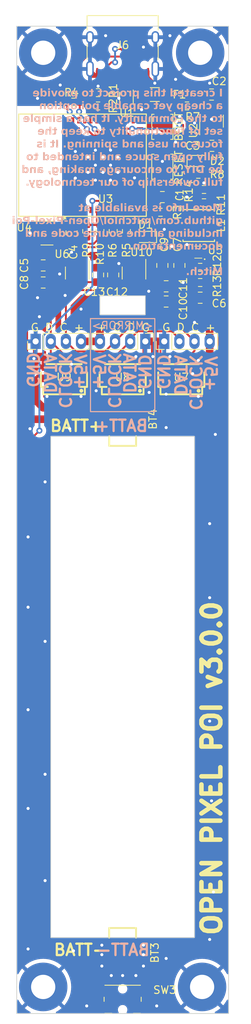
<source format=kicad_pcb>
(kicad_pcb (version 20221018) (generator pcbnew)
  (layers (0 "F.Cu" signal) (31 "B.Cu" signal) (34 "B.Paste" user) (35 "F.Paste" user) (36 "B.SilkS" user "B.Silkscreen") (37 "F.SilkS" user "F.Silkscreen") (38 "B.Mask" user) (39 "F.Mask" user) (44 "Edge.Cuts" user))
  (net 0 "")
  (net 1 "+BATT")
  (net 2 "RESET")
  (net 3 "+5V")
  (net 4 "+3.3V")
  (net 5 "Net-(D1-A)")
  (net 6 "+5VD")
  (net 7 "LED Data")
  (net 8 "Net-(J6-CC1)")
  (net 9 "Net-(J6-D+-PadA6)")
  (net 10 "Net-(J6-D--PadA7)")
  (net 12 "Net-(J6-CC2)")
  (net 14 "BOOT")
  (net 15 "POI SW")
  (net 16 "USB_D+")
  (net 17 "USB_D-")
  (net 19 "VBATT_SENSE")
  (net 29 "REG_SIGNAL")
  (net 34 "LED Clock 5V")
  (net 35 "Net-(F1-Pad1)")
  (net 36 "-BATT")
  (net 37 "Net-(D2-K)")
  (net 38 "Net-(D2-A)")
  (net 39 "Net-(U5-SW)")
  (net 40 "Net-(U2-PROG)")
  (net 41 "Net-(U5-FB)")
  (net 43 "ESP LED")
  (net 45 "LED Data 5V")
  (net 46 "LED Clock")
  (net 48 "GPIO8")
  (footprint "Package_TO_SOT_SMD:SOT-23-5" (layer "F.Cu") (at 54 57.25)
    (fp_text reference "U4")
    (fp_text value "XC6210B332MR")
  )
  (footprint "Connector_PinHeader_2.00mm:PinHeader_1x04_P2.00mm_Vertical" (layer "F.Cu") (at 67 71.5 -90)
    (fp_text reference "J7" hide)
    (fp_text value "Conn_01x04")
  )
  (footprint "Resistor_SMD:R_0603_1608Metric" (layer "F.Cu") (at 62.75 57 -90)
    (fp_text reference "R6")
    (fp_text value "100k")
  )
  (footprint "Resistor_SMD:R_0603_1608Metric" (layer "F.Cu") (at 72.5 40.5 180)
    (fp_text reference "R7")
    (fp_text value "2k")
  )
  (footprint "Capacitor_SMD:C_0805_2012Metric" (layer "F.Cu") (at 75.8 45.75)
    (fp_text reference "C3")
    (fp_text value "4.7n")
  )
  (footprint "Resistor_SMD:R_0603_1608Metric" (layer "F.Cu") (at 64.5 57 90)
    (fp_text reference "R5")
    (fp_text value "1k")
  )
  (footprint "Capacitor_SMD:C_0805_2012Metric" (layer "F.Cu") (at 60.75 62.75 -90)
    (fp_text reference "C13")
    (fp_text value "100n")
  )
  (footprint "easyeda2kicad:SMD_MY-ZJ-110" (layer "F.Cu") (at 64 81.75 -90)
    (fp_text reference "BT4")
    (fp_text value "MY-ZJ-110" hide)
  )
  (footprint "easyeda2kicad:SOT-563_L1.6-W1.2-P0.50-LS1.6-BR" (layer "F.Cu") (at 74 59.75)
    (fp_text reference "U5")
    (fp_text value "TPS61023DRLR")
  )
  (footprint "Capacitor_SMD:C_0805_2012Metric" (layer "F.Cu") (at 75.75 39 180)
    (fp_text reference "C2")
    (fp_text value "4.7n")
  )
  (footprint "easyeda2kicad:FPC-SMD_8P-P0.50_XUNPU_FPC-0.5HF-8PWBH10" (layer "F.Cu") (at 71.75 76.225 180)
    (fp_text reference "U7")
    (fp_text value "FPC-0.5HF-8PWBH10")
  )
  (footprint "Package_TO_SOT_SMD:SOT-23-5" (layer "F.Cu") (at 58 62.5 -90)
    (fp_text reference "U6")
    (fp_text value "SN74LV1T34DBV")
  )
  (footprint "Capacitor_SMD:C_0805_2012Metric" (layer "F.Cu") (at 69.25 52.5 180)
    (fp_text reference "C1")
    (fp_text value "100n")
  )
  (footprint "Connector_PinHeader_2.00mm:PinHeader_1x04_P2.00mm_Vertical" (layer "F.Cu") (at 69.5 71.5 90)
    (fp_text reference "J5" hide)
    (fp_text value "Conn_01x04")
  )
  (footprint "Capacitor_SMD:C_0805_2012Metric" (layer "F.Cu") (at 69.25 61.5 90)
    (fp_text reference "C9")
    (fp_text value "22u")
  )
  (footprint "footprints:ESP32-C3-MINI-1_EXP" (layer "F.Cu") (at 58.6949 48.300001 90)
    (fp_text reference "U3")
    (fp_text value "ESP32-C3-MINI-1-N4")
  )
  (footprint "Package_TO_SOT_SMD:SOT-23-5" (layer "F.Cu") (at 75.75 42.5 90)
    (fp_text reference "U2")
    (fp_text value "MCP73831-2-OT")
  )
  (footprint "Button_Switch_SMD:SW_SPST_B3U-1000P" (layer "F.Cu") (at 69.25 43.25 -90)
    (fp_text reference "SW2" hide)
    (fp_text value "SW_Push" hide)
  )
  (footprint "Capacitor_SMD:C_0805_2012Metric" (layer "F.Cu") (at 74.25 65.75)
    (fp_text reference "C6")
    (fp_text value "22u")
  )
  (footprint "Package_TO_SOT_SMD:SOT-23-5" (layer "F.Cu") (at 65.5 62.5 -90)
    (fp_text reference "U10")
    (fp_text value "SN74LV1T34DBV")
  )
  (footprint "Resistor_SMD:R_0603_1608Metric" (layer "F.Cu") (at 60.75 40.5 180)
    (fp_text reference "R2")
    (fp_text value "5k1")
  )
  (footprint "Resistor_SMD:R_0603_1608Metric" (layer "F.Cu") (at 74.75 51.5)
    (fp_text reference "R14")
    (fp_text value "10k")
  )
  (footprint "Resistor_SMD:R_0603_1608Metric" (layer "F.Cu") (at 74.25 63.75 180)
    (fp_text reference "R13")
    (fp_text value "732k")
  )
  (footprint "Capacitor_SMD:C_0805_2012Metric" (layer "F.Cu") (at 53.5 63.75 180)
    (fp_text reference "C8")
    (fp_text value "1u")
  )
  (footprint "easyeda2kicad:FPC-SMD_8P-P0.50_XUNPU_FPC-0.5HF-8PWBH10" (layer "F.Cu") (at 64 76.225 180)
    (fp_text reference "U8")
    (fp_text value "FPC-0.5HF-8PWBH10")
  )
  (footprint "easyeda2kicad:IND-SMD_L4.0-W4.0-A" (layer "F.Cu") (at 74.05 56.25 180)
    (fp_text reference "L1")
    (fp_text value "XEL4030-102MEC")
  )
  (footprint "Resistor_SMD:R_0603_1608Metric" (layer "F.Cu") (at 74.75 53.25 180)
    (fp_text reference "R11")
    (fp_text value "100k")
  )
  (footprint "Resistor_SMD:R_0603_1608Metric" (layer "F.Cu") (at 74 49.5 180)
    (fp_text reference "R8")
    (fp_text value "1k")
  )
  (footprint "MountingHole:MountingHole_3.2mm_M3_Pad" (layer "F.Cu") (at 53.5 33.5)
    (fp_text reference "H1" hide)
    (fp_text value "MountingHole" hide)
  )
  (footprint "easyeda2kicad:SMD_MY-ZJ-110" (layer "F.Cu") (at 64 152.25 90)
    (fp_text reference "BT3")
    (fp_text value "MY-ZJ-110" hide)
  )
  (footprint "Capacitor_SMD:C_0805_2012Metric" (layer "F.Cu") (at 69.75 64.25 180)
    (fp_text reference "C11")
    (fp_text value "100n")
  )
  (footprint "Resistor_SMD:R_0603_1608Metric" (layer "F.Cu") (at 57.5 40 180)
    (fp_text reference "R4")
    (fp_text value "10k")
  )
  (footprint "Fuse:Fuse_1206_3216Metric" (layer "F.Cu") (at 68.25 39)
    (fp_text reference "F1")
    (fp_text value "Polyfuse_Small (1A)" hide)
  )
  (footprint "Button_Switch_SMD:SW_SPST_B3U-1000P" (layer "F.Cu") (at 69.25 48.5 -90)
    (fp_text reference "SW1" hide)
    (fp_text value "SW_Push" hide)
  )
  (footprint "Resistor_SMD:R_0603_1608Metric" (layer "F.Cu") (at 59.25 57 -90)
    (fp_text reference "R9")
    (fp_text value "220k")
  )
  (footprint "Package_TO_SOT_SMD:SOT-666" (layer "F.Cu") (at 64.5 39.5 -90)
    (fp_text reference "U1")
    (fp_text value "USBLC6-2P6")
  )
  (footprint "Capacitor_SMD:C_0805_2012Metric" (layer "F.Cu") (at 69.75 66.25 180)
    (fp_text reference "C10")
    (fp_text value "1u")
  )
  (footprint "Resistor_SMD:R_0603_1608Metric" (layer "F.Cu") (at 60.75 38.75)
    (fp_text reference "R1")
    (fp_text value "5k1")
  )
  (footprint "MountingHole:MountingHole_3.2mm_M3_Pad" (layer "F.Cu") (at 74.5 156.5)
    (fp_text reference "H4" hide)
    (fp_text value "MountingHole" hide)
  )
  (footprint "LED_SMD:LED_0603_1608Metric" (layer "F.Cu") (at 74 47.75)
    (fp_text reference "D2")
    (fp_text value "LED")
  )
  (footprint "Capacitor_SMD:C_0805_2012Metric" (layer "F.Cu") (at 62.75 62.75 -90)
    (fp_text reference "C12")
    (fp_text value "1u")
  )
  (footprint "Connector_PinHeader_2.00mm:PinHeader_1x04_P2.00mm_Vertical" (layer "F.Cu") (at 52.5 71.5 90)
    (fp_text reference "J4" hide)
    (fp_text value "Conn_01x04")
  )
  (footprint "Capacitor_SMD:C_0805_2012Metric" (layer "F.Cu") (at 53.5 61.5 180)
    (fp_text reference "C5")
    (fp_text value "1u")
  )
  (footprint "Capacitor_SMD:C_0805_2012Metric" (layer "F.Cu") (at 57.25 57.2 90)
    (fp_text reference "C4")
    (fp_text value "1u")
  )
  (footprint "MountingHole:MountingHole_3.2mm_M3_Pad" (layer "F.Cu") (at 53.5 156.5)
    (fp_text reference "H3" hide)
    (fp_text value "MountingHole" hide)
  )
  (footprint "LED_SMD:LED_0603_1608Metric" (layer "F.Cu") (at 67 57.75 180)
    (fp_text reference "D1")
    (fp_text value "LED")
  )
  (footprint "easyeda2kicad:FPC-SMD_8P-P0.50_XUNPU_FPC-0.5HF-8PWBH10" (layer "F.Cu") (at 56.25 76.225 180)
    (fp_text reference "U9")
    (fp_text value "FPC-0.5HF-8PWBH10")
  )
  (footprint "Button_Switch_SMD:Panasonic_EVQPUL_EVQPUC" (layer "F.Cu") (at 64 158.125 180)
    (fp_text reference "SW3")
    (fp_text value "SW_Push")
  )
  (footprint "Resistor_SMD:R_0603_1608Metric" (layer "F.Cu") (at 69 54.5)
    (fp_text reference "R3")
    (fp_text value "100k")
  )
  (footprint "MountingHole:MountingHole_3.2mm_M3_Pad" (layer "F.Cu") (at 74.25 33.5)
    (fp_text reference "H2" hide)
    (fp_text value "MountingHole" hide)
  )
  (footprint "Capacitor_SMD:C_0805_2012Metric" (layer "F.Cu") (at 71.5 61.5 90)
    (fp_text reference "C7")
    (fp_text value "22u")
  )
  (footprint "Connector_USB:USB_C_Receptacle_HRO_TYPE-C-31-M-12" (layer "F.Cu") (at 64 32.5 180)
    (fp_text reference "J6")
    (fp_text value "USB_C_Receptacle_USB2.0_16P")
  )
  (footprint "Resistor_SMD:R_0603_1608Metric" (layer "F.Cu") (at 61 57 90)
    (fp_text reference "R10")
    (fp_text value "220k")
  )
  (footprint "Resistor_SMD:R_0603_1608Metric" (layer "F.Cu") (at 74.25 61.75)
    (fp_text reference "R12")
    (fp_text value "100k")
  )
  (gr_rect (start 59.75 68.5) (end 68.25 80.75) (stroke (width 0.15)) (fill none) (layer "B.SilkS"))
  (gr_rect locked (start 54.5 84) (end 73.5 150) (stroke (width 0.1)) (fill none) (layer "Edge.Cuts"))
  (gr_rect locked (start 61 65.5) (end 67 68) (stroke (width 0.1)) (fill none) (layer "Edge.Cuts"))
  (gr_rect locked (start 50 30) (end 78 160) (stroke (width 0.1)) (fill none) (layer "Edge.Cuts"))
  (gr_text "CLOCK\n" (at 55.5 80.5 270) (layer "B.SilkS") (effects (font (size 1.5 1.5) (thickness 0.3) bold) (justify left bottom mirror)))
  (gr_text "DATA" (at 70.75 78.75 270) (layer "B.SilkS") (effects (font (size 1.5 1.5) (thickness 0.3) bold) (justify left bottom mirror)))
  (gr_text "BATT+" (at 67.5 83.5) (layer "B.SilkS") (effects (font (size 1.5 1.5) (thickness 0.3) bold) (justify left bottom mirror)))
  (gr_text "CLOCK\n" (at 62 80.5 270) (layer "B.SilkS") (effects (font (size 1.5 1.5) (thickness 0.3) bold) (justify left bottom mirror)))
  (gr_text "GND" (at 51.25 77.75 -90) (layer "B.SilkS") (effects (font (size 1.5 1.5) (thickness 0.3) bold) (justify left bottom mirror)))
  (gr_text "+5V" (at 60 78 -90) (layer "B.SilkS") (effects (font (size 1.5 1.5) (thickness 0.3) bold) (justify left bottom mirror)))
  (gr_text "DATA" (at 64 78.5 270) (layer "B.SilkS") (effects (font (size 1.5 1.5) (thickness 0.3) bold) (justify left bottom mirror)))
  (gr_text "<MIRROR>" (at 68.15 70) (layer "B.SilkS") (effects (font (size 1 1)) (justify left bottom mirror)))
  (gr_text "I created this project to provide\na cheap yet capable poi option\nto the community. It has a simple\nset of functionality to keep the\nfocus on use and spinning. It is\nfully open souce and intended to\nbe DIY, to encourage making, and\nfull ownership of our technology.\n\nMore Info is available at\ngithub.com/mitchlol/Open-Pixel-Poi\nincluding all the source code and\ndocumentation.\n\nMitch." (at 77.25 38.25) (layer "B.SilkS") (effects (font (size 1 1)) (justify left top mirror)))
  (gr_text "DATA" (at 53.5 78.5 270) (layer "B.SilkS") (effects (font (size 1.5 1.5) (thickness 0.3) bold) (justify left bottom mirror)))
  (gr_text "GND" (at 66 78 -90) (layer "B.SilkS") (effects (font (size 1.5 1.5) (thickness 0.3) bold) (justify left bottom mirror)))
  (gr_text "+5V" (at 57.5 78 -90) (layer "B.SilkS") (effects (font (size 1.5 1.5) (thickness 0.3) bold) (justify left bottom mirror)))
  (gr_text "GND" (at 68.5 78 -90) (layer "B.SilkS") (effects (font (size 1.5 1.5) (thickness 0.3) bold) (justify left bottom mirror)))
  (gr_text "CLOCK\n" (at 72.75 80.75 270) (layer "B.SilkS") (effects (font (size 1.5 1.5) (thickness 0.3) bold) (justify left bottom mirror)))
  (gr_text "BATT-" (at 67.75 152.5) (layer "B.SilkS") (effects (font (size 1.5 1.5) (thickness 0.3) bold) (justify left bottom mirror)))
  (gr_text "+5V" (at 74.75 78.25 -90) (layer "B.SilkS") (effects (font (size 1.5 1.5) (thickness 0.3) bold) (justify left bottom mirror)))
  (gr_text "RESET" (at 72 51 90) (layer "F.SilkS") (effects (font (size 1 1)) (justify left bottom)))
  (gr_text "BATT-" (at 54.75 152.5) (layer "F.SilkS") (effects (font (size 1.5 1.5) (thickness 0.3) bold) (justify left bottom)))
  (gr_text "BATT+" (at 54.25 83.5) (layer "F.SilkS") (effects (font (size 1.5 1.5) (thickness 0.3) bold) (justify left bottom)))
  (gr_text "OPEN PIXEL POI v3.0.0" (at 77.25 150 90) (layer "F.SilkS") (effects (font (size 2.5 2.5) (thickness 0.6) bold) (justify left bottom)))
  (gr_text "G D C +  + C D G  G D C +" (at 51.75 70.25) (layer "F.SilkS") (effects (font (size 1 1.08)) (justify left bottom)))
  (gr_text "BOOT" (at 72 45.25 90) (layer "F.SilkS") (effects (font (size 1 1)) (justify left bottom)))
  (segment (start 76.75 81.75) (end 77 81.5) (width 1) (layer "F.Cu") (net 1))
  (segment (start 75.2 65.75) (end 76.5 65.75) (width 0.5) (layer "F.Cu") (net 1))
  (segment (start 51 56.974695) (end 51 58.4) (width 0.25) (layer "F.Cu") (net 1))
  (segment (start 75.25 58.75) (end 75.1 58.9) (width 1) (layer "F.Cu") (net 1))
  (segment (start 76.75 43.6875) (end 76.7 43.6375) (width 0.25) (layer "F.Cu") (net 1))
  (segment (start 76.75 45.75) (end 76.75 53) (width 1) (layer "F.Cu") (net 1))
  (segment (start 64 81.75) (end 51.25 81.75) (width 1) (layer "F.Cu") (net 1))
  (segment (start 53.524999 58.2) (end 54.474999 57.25) (width 0.25) (layer "F.Cu") (net 1))
  (segment (start 52.55 61.5) (end 51 61.5) (width 0.25) (layer "F.Cu") (net 1))
  (segment (start 77 81.5) (end 77 65.75) (width 1) (layer "F.Cu") (net 1))
  (segment (start 75.575 53.25) (end 76.5 53.25) (width 0.5) (layer "F.Cu") (net 1))
  (segment (start 52.8625 58.4) (end 51 58.4) (width 1) (layer "F.Cu") (net 1))
  (segment (start 51.674695 56.3) (end 51 56.974695) (width 0.25) (layer "F.Cu") (net 1))
  (segment (start 51 63.75) (end 51 81.5) (width 1) (layer "F.Cu") (net 1))
  (segment (start 53.524999 56.3) (end 52.8625 56.3) (width 0.25) (layer "F.Cu") (net 1))
  (segment (start 51.25 81.75) (end 51 81.5) (width 0.25) (layer "F.Cu") (net 1))
  (segment (start 59.25 57.825) (end 58.4701 57.825) (width 0.25) (layer "F.Cu") (net 1))
  (segment (start 76.75 53) (end 76.75 65.5) (width 1) (layer "F.Cu") (net 1))
  (segment (start 58.4701 57.825) (end 57.8951 57.25) (width 0.25) (layer "F.Cu") (net 1))
  (segment (start 77 65.75) (end 76.75 65.5) (width 1) (layer "F.Cu") (net 1))
  (segment (start 76.75 45.75) (end 76.75 43.6875) (width 0.6) (layer "F.Cu") (net 1))
  (segment (start 52.8625 58.2) (end 53.524999 58.2) (width 0.25) (layer "F.Cu") (net 1))
  (segment (start 76.5 65.75) (end 76.75 65.5) (width 0.5) (layer "F.Cu") (net 1))
  (segment (start 51 58.4) (end 51 61.5) (width 1) (layer "F.Cu") (net 1))
  (segment (start 51 61.5) (end 51 63.75) (width 1) (layer "F.Cu") (net 1))
  (segment (start 64 81.75) (end 76.75 81.75) (width 1) (layer "F.Cu") (net 1))
  (segment (start 75.25 56.25) (end 75.25 58.75) (width 1) (layer "F.Cu") (net 1))
  (segment (start 75.25 56.25) (end 76.5 56.25) (width 1) (layer "F.Cu") (net 1))
  (segment (start 57.8951 57.25) (end 54.474999 57.25) (width 0.25) (layer "F.Cu") (net 1))
  (segment (start 52.55 63.75) (end 51 63.75) (width 0.25) (layer "F.Cu") (net 1))
  (segment (start 52.8625 56.3) (end 51.674695 56.3) (width 0.25) (layer "F.Cu") (net 1))
  (segment (start 54.474999 57.25) (end 53.524999 56.3) (width 0.25) (layer "F.Cu") (net 1))
  (segment (start 76.5 53.25) (end 76.75 53) (width 0.5) (layer "F.Cu") (net 1))
  (segment (start 68.175 52.625) (end 68.3 52.5) (width 0.25) (layer "F.Cu") (net 2))
  (segment (start 68.3 51.15) (end 69.25 50.2) (width 0.25) (layer "F.Cu") (net 2))
  (segment (start 67.425 55.25) (end 63 55.25) (width 0.25) (layer "F.Cu") (net 2))
  (segment (start 68.175 54.5) (end 67.425 55.25) (width 0.25) (layer "F.Cu") (net 2))
  (segment (start 68.3 52.5) (end 68.3 51.15) (width 0.25) (layer "F.Cu") (net 2))
  (segment (start 68.175 54.5) (end 68.175 52.625) (width 0.25) (layer "F.Cu") (net 2))
  (segment (start 63 55.25) (end 62.999999 54.199999) (width 0.25) (layer "F.Cu") (net 2))
  (segment (start 55 78.311396) (end 55 77.475) (width 0.25) (layer "F.Cu") (net 3))
  (segment (start 63.088604 78.65) (end 64.911396 78.65) (width 0.25) (layer "F.Cu") (net 3))
  (segment (start 62.75 63.7) (end 60.75 63.7) (width 0.25) (layer "F.Cu") (net 3))
  (segment (start 65.4625 62.65) (end 63.8 62.65) (width 0.25) (layer "F.Cu") (net 3))
  (segment (start 55 77.475) (end 55 76.775) (width 0.25) (layer "F.Cu") (net 3))
  (segment (start 57.5 76.775) (end 57.5 77.475) (width 0.25) (layer "F.Cu") (net 3))
  (segment (start 68.8 64.25) (end 68.8 66.25) (width 1) (layer "F.Cu") (net 3))
  (segment (start 60.75 63.7) (end 59.0125 63.7) (width 0.25) (layer "F.Cu") (net 3))
  (segment (start 63.8 62.65) (end 62.75 63.7) (width 0.25) (layer "F.Cu") (net 3))
  (segment (start 74.5 80.25) (end 67.8 80.25) (width 1) (layer "F.Cu") (net 3))
  (segment (start 54.6 76.375) (end 54.5 76.375) (width 0.25) (layer "F.Cu") (net 3))
  (segment (start 66.7625 63.325) (end 67.825 63.325) (width 0.25) (layer "F.Cu") (net 3))
  (segment (start 61 71.5) (end 61 69.5) (width 1) (layer "F.Cu") (net 3))
  (segment (start 57.5 77.475) (end 57.5 78.311396) (width 0.25) (layer "F.Cu") (net 3))
  (segment (start 65.25 76.775) (end 65.275 76.75) (width 0.25) (layer "F.Cu") (net 3))
  (segment (start 57.55 76.725) (end 57.5 76.775) (width 0.25) (layer "F.Cu") (net 3))
  (segment (start 75.5 71.5) (end 75.5 79.25) (width 1) (layer "F.Cu") (net 3))
  (segment (start 74.15 62.55) (end 74.15 61.15) (width 0.25) (layer "F.Cu") (net 3))
  (segment (start 70.5 76.775) (end 70.5 77.475) (width 0.25) (layer "F.Cu") (net 3))
  (segment (start 68.8 67.45) (end 68.8 66.25) (width 1) (layer "F.Cu") (net 3))
  (segment (start 73 78.311396) (end 73 77.475) (width 0.25) (layer "F.Cu") (net 3))
  (segment (start 57.161396 78.65) (end 55.338604 78.65) (width 0.25) (layer "F.Cu") (net 3))
  (segment (start 69.25 60.55) (end 68.525 60.55) (width 1) (layer "F.Cu") (net 3))
  (segment (start 59.0125 63.7) (end 58.95 63.6375) (width 0.25) (layer "F.Cu") (net 3))
  (segment (start 61 71.5) (end 58.5 71.5) (width 1) (layer "F.Cu") (net 3))
  (segment (start 64.911396 78.65) (end 65.25 78.311396) (width 0.25) (layer "F.Cu") (net 3))
  (segment (start 68.8 66.25) (end 68.8 66.975) (width 1) (layer "F.Cu") (net 3))
  (segment (start 61 69.5) (end 61.75 68.75) (width 1) (layer "F.Cu") (net 3))
  (segment (start 52.5 79.25) (end 52.5 76.75) (width 1) (layer "F.Cu") (net 3))
  (segment (start 52.875 76.375) (end 54.5 76.375) (width 1) (layer "F.Cu") (net 3))
  (segment (start 61.75 68.75) (end 67.5 68.75) (width 1) (layer "F.Cu") (net 3))
  (segment (start 74.925 67.675) (end 75.5 68.25) (width 1) (layer "F.Cu") (net 3))
  (segment (start 62.75 77.475) (end 62.75 76.775) (width 0.25) (layer "F.Cu") (net 3))
  (segment (start 62.75 76.775) (end 62.7 76.725) (width 0.25) (layer "F.Cu") (net 3))
  (segment (start 70.838604 78.65) (end 72.661396 78.65) (width 0.25) (layer "F.Cu") (net 3))
  (segment (start 60.25 80.25) (end 53.5 80.25) (width 1) (layer "F.Cu") (net 3))
  (segment (start 68.8 66.975) (end 69.5 67.675) (width 1) (layer "F.Cu") (net 3))
  (segment (start 70.5 78.311396) (end 70.838604 78.65) (width 0.25) (layer "F.Cu") (net 3))
  (segment (start 61.45 79.05) (end 60.25 80.25) (width 1) (layer "F.Cu") (net 3))
  (segment (start 66.45 63.6375) (end 66.7625 63.325) (width 0.25) (layer "F.Cu") (net 3))
  (segment (start 70.475 76.75) (end 70.5 76.775) (width 0.25) (layer "F.Cu") (net 3))
  (segment (start 67.825 61.25) (end 67.825 63.325) (width 1) (layer "F.Cu") (net 3))
  (segment (start 55 76.775) (end 54.6 76.375) (width 0.25) (layer "F.Cu") (net 3))
  (segment (start 67.5 68.75) (end 68.8 67.45) (width 1) (layer "F.Cu") (net 3))
  (segment (start 70.5 77.475) (end 70.5 78.311396) (width 0.25) (layer "F.Cu") (net 3))
  (segment (start 52.5 76.75) (end 52.875 76.375) (width 1) (layer "F.Cu") (net 3))
  (segment (start 71.7 60.35) (end 73.25 60.35) (width 0.5) (layer "F.Cu") (net 3))
  (segment (start 72.661396 78.65) (end 73 78.311396) (width 0.25) (layer "F.Cu") (net 3))
  (segment (start 62.75 77.475) (end 62.75 78.311396) (width 0.25) (layer "F.Cu") (net 3))
  (segment (start 62.7 76.725) (end 57.55 76.725) (width 0.25) (layer "F.Cu") (net 3))
  (segment (start 66.6 79.05) (end 61.45 79.05) (width 1) (layer "F.Cu") (net 3))
  (segment (start 57.5 78.311396) (end 57.161396 78.65) (width 0.25) (layer "F.Cu") (net 3))
  (segment (start 74.15 61.15) (end 73.25 60.25) (width 0.25) (layer "F.Cu") (net 3))
  (segment (start 68.525 60.55) (end 67.825 61.25) (width 1) (layer "F.Cu") (net 3))
  (segment (start 66.45 63.6375) (end 65.4625 62.65) (width 0.25) (layer "F.Cu") (net 3))
  (segment (start 69.5 67.675) (end 74.925 67.675) (width 1) (layer "F.Cu") (net 3))
  (segment (start 68.8 64.25) (end 68.75 64.25) (width 1) (layer "F.Cu") (net 3))
  (segment (start 73.425 63.275) (end 74.15 62.55) (width 0.25) (layer "F.Cu") (net 3))
  (segment (start 62.75 78.311396) (end 63.088604 78.65) (width 0.25) (layer "F.Cu") (net 3))
  (segment (start 65.25 78.311396) (end 65.25 77.475) (width 0.25) (layer "F.Cu") (net 3))
  (segment (start 75.5 79.25) (end 74.5 80.25) (width 1) (layer "F.Cu") (net 3))
  (segment (start 67.8 80.25) (end 66.6 79.05) (width 1) (layer "F.Cu") (net 3))
  (segment (start 53.5 80.25) (end 52.5 79.25) (width 1) (layer "F.Cu") (net 3))
  (segment (start 75.5 68.25) (end 75.5 71.5) (width 1) (layer "F.Cu") (net 3))
  (segment (start 68.75 64.25) (end 67.825 63.325) (width 1) (layer "F.Cu") (net 3))
  (segment (start 65.275 76.75) (end 70.475 76.75) (width 0.25) (layer "F.Cu") (net 3))
  (segment (start 69.25 60.55) (end 71.5 60.55) (width 1) (layer "F.Cu") (net 3))
  (segment (start 55.338604 78.65) (end 55 78.311396) (width 0.25) (layer "F.Cu") (net 3))
  (segment (start 65.25 77.475) (end 65.25 76.775) (width 0.25) (layer "F.Cu") (net 3))
  (segment (start 71.5 60.55) (end 71.7 60.35) (width 0.5) (layer "F.Cu") (net 3))
  (segment (start 55.1375 56.3) (end 57.2 56.3) (width 0.25) (layer "F.Cu") (net 4))
  (segment (start 64.8 45.05) (end 64.8 51.8) (width 0.25) (layer "F.Cu") (net 4))
  (segment (start 57.25 56.25) (end 57.951996 56.25) (width 0.25) (layer "F.Cu") (net 4))
  (segment (start 67.9 56.9) (end 63.675 56.9) (width 0.25) (layer "F.Cu") (net 4))
  (segment (start 59.7 51.8) (end 59 52.5) (width 0.25) (layer "F.Cu") (net 4))
  (segment (start 57.2 56.3) (end 57.25 56.25) (width 0.25) (layer "F.Cu") (net 4))
  (segment (start 58.85 57.1) (end 62.025 57.1) (width 0.25) (layer "F.Cu") (net 4))
  (segment (start 62.025 57.1) (end 62.75 57.825) (width 0.25) (layer "F.Cu") (net 4))
  (segment (start 59 52.5) (end 59 54.199999) (width 0.25) (layer "F.Cu") (net 4))
  (segment (start 69.825 54.975) (end 67.9 56.9) (width 0.25) (layer "F.Cu") (net 4))
  (segment (start 57.951996 56.25) (end 58.25 55.951996) (width 0.25) (layer "F.Cu") (net 4))
  (segment (start 58.25 56.5) (end 58.85 57.1) (width 0.25) (layer "F.Cu") (net 4))
  (segment (start 69.825 54.5) (end 69.825 54.975) (width 0.25) (layer "F.Cu") (net 4))
  (segment (start 64.15 44.4) (end 64.8 45.05) (width 0.25) (layer "F.Cu") (net 4))
  (segment (start 56.675 40.925) (end 57 41.25) (width 0.25) (layer "F.Cu") (net 4))
  (segment (start 64.8 51.8) (end 59.7 51.8) (width 0.25) (layer "F.Cu") (net 4))
  (segment (start 63.675 56.9) (end 62.75 57.825) (width 0.25) (layer "F.Cu") (net 4))
  (segment (start 59 55.201996) (end 58.25 55.951996) (width 0.25) (layer "F.Cu") (net 4))
  (segment (start 59.264155 43.539461) (end 60.124694 44.4) (width 0.25) (layer "F.Cu") (net 4))
  (segment (start 60.124694 44.4) (end 64.15 44.4) (width 0.25) (layer "F.Cu") (net 4))
  (segment (start 56.675 40) (end 56.675 40.925) (width 0.25) (layer "F.Cu") (net 4))
  (segment (start 58.25 55.951996) (end 58.25 56.5) (width 0.25) (layer "F.Cu") (net 4))
  (segment (start 59 54.199999) (end 59 55.201996) (width 0.25) (layer "F.Cu") (net 4))
  (via (at 59.264155 43.539461) (size 0.8) (drill 0.4) (layers "F.Cu" "B.Cu") (net 4))
  (via (at 57 41.25) (size 0.8) (drill 0.4) (layers "F.Cu" "B.Cu") (net 4))
  (segment (start 59.264155 43.539461) (end 59.264155 43.514155) (width 0.25) (layer "B.Cu") (net 4))
  (segment (start 59.264155 43.514155) (end 57 41.25) (width 0.25) (layer "B.Cu") (net 4))
  (segment (start 66.1375 57.825) (end 66.2125 57.75) (width 0.25) (layer "F.Cu") (net 5))
  (segment (start 64.5 57.825) (end 66.1375 57.825) (width 0.25) (layer "F.Cu") (net 5))
  (segment (start 69.65 39.6) (end 69 40.25) (width 0.25) (layer "F.Cu") (net 6))
  (segment (start 74.8 39.4625) (end 74.8 39) (width 0.25) (layer "F.Cu") (net 6))
  (segment (start 69.65 39) (end 69.65 39.6) (width 0.25) (layer "F.Cu") (net 6))
  (segment (start 76.7 41.3625) (end 74.8 39.4625) (width 1) (layer "F.Cu") (net 6))
  (segment (start 74.8 39) (end 72.5 39) (width 1) (layer "F.Cu") (net 6))
  (segment (start 65.5 39.75) (end 64.55 39.75) (width 0.25) (layer "F.Cu") (net 6))
  (segment (start 73.175 49.5) (end 72.45 48.775) (width 0.25) (layer "F.Cu") (net 6))
  (segment (start 69 40.25) (end 66 40.25) (width 0.25) (layer "F.Cu") (net 6))
  (segment (start 66 40.25) (end 65.5 39.75) (width 0.25) (layer "F.Cu") (net 6))
  (segment (start 64.55 39.75) (end 64.5 39.8) (width 0.25) (layer "F.Cu") (net 6))
  (segment (start 72.45 48.775) (end 72.45 39.05) (width 0.25) (layer "F.Cu") (net 6))
  (segment (start 64.5 39.8) (end 64.5 40.425) (width 0.25) (layer "F.Cu") (net 6))
  (segment (start 72.5 39) (end 69.65 39) (width 1) (layer "F.Cu") (net 6))
  (segment (start 72.45 39.05) (end 72.5 39) (width 0.25) (layer "F.Cu") (net 6))
  (segment (start 66.9564 46.700002) (end 67.1 46.843602) (width 0.25) (layer "F.Cu") (net 7))
  (segment (start 71.149938 56.125367) (end 68.175367 59.099938) (width 0.25) (layer "F.Cu") (net 7))
  (segment (start 70.875 49.238604) (end 70.875 51.125) (width 0.25) (layer "F.Cu") (net 7))
  (segment (start 70.875 51.125) (end 71.149938 51.399938) (width 0.25) (layer "F.Cu") (net 7))
  (segment (start 66.399998 46.8) (end 66.3 46.700002) (width 0.25) (layer "F.Cu") (net 7))
  (segment (start 58 60.349938) (end 58 61.3625) (width 0.25) (layer "F.Cu") (net 7))
  (segment (start 68.175367 59.099938) (end 59.25 59.099938) (width 0.25) (layer "F.Cu") (net 7))
  (segment (start 66.3 46.700002) (end 66.9564 46.700002) (width 0.25) (layer "F.Cu") (net 7))
  (segment (start 71.149938 51.399938) (end 71.149938 56.125367) (width 0.25) (layer "F.Cu") (net 7))
  (segment (start 67.1 46.843602) (end 67.1 47.9) (width 0.25) (layer "F.Cu") (net 7))
  (segment (start 67.1 47.9) (end 68.175 48.975) (width 0.25) (layer "F.Cu") (net 7))
  (segment (start 68.175 48.975) (end 70.611396 48.975) (width 0.25) (layer "F.Cu") (net 7))
  (segment (start 59.25 59.099938) (end 58 60.349938) (width 0.25) (layer "F.Cu") (net 7))
  (segment (start 70.611396 48.975) (end 70.875 49.238604) (width 0.25) (layer "F.Cu") (net 7))
  (segment (start 65.25 35.363604) (end 65.25 36.545) (width 0.25) (layer "F.Cu") (net 8))
  (segment (start 59.925 38.75) (end 59.925 38.675) (width 0.25) (layer "F.Cu") (net 8))
  (segment (start 58.5 34.75) (end 59.25 34) (width 0.25) (layer "F.Cu") (net 8))
  (segment (start 59.925 38.675) (end 58.5 37.25) (width 0.25) (layer "F.Cu") (net 8))
  (segment (start 63.886396 34) (end 65.25 35.363604) (width 0.25) (layer "F.Cu") (net 8))
  (segment (start 59.25 34) (end 63.886396 34) (width 0.25) (layer "F.Cu") (net 8))
  (segment (start 58.5 37.25) (end 58.5 34.75) (width 0.25) (layer "F.Cu") (net 8))
  (segment (start 64.25 36.545) (end 64.25 37.57) (width 0.25) (layer "F.Cu") (net 9))
  (segment (start 63.75 37.595) (end 63.275 37.595) (width 0.25) (layer "F.Cu") (net 9))
  (segment (start 64.25 37.57) (end 64.225 37.595) (width 0.25) (layer "F.Cu") (net 9))
  (segment (start 63.275 37.595) (end 63.25 37.57) (width 0.25) (layer "F.Cu") (net 9))
  (segment (start 63.9625 37.8075) (end 63.75 37.595) (width 0.25) (layer "F.Cu") (net 9))
  (segment (start 64.225 37.595) (end 63.75 37.595) (width 0.25) (layer "F.Cu") (net 9))
  (segment (start 63.25 37.57) (end 63.25 36.545) (width 0.25) (layer "F.Cu") (net 9))
  (segment (start 63.9625 38.65) (end 63.9625 37.8075) (width 0.25) (layer "F.Cu") (net 9))
  (segment (start 64.75 35.5) (end 64.75 36.545) (width 0.25) (layer "F.Cu") (net 10))
  (segment (start 65.0375 37.8575) (end 64.75 37.57) (width 0.25) (layer "F.Cu") (net 10))
  (segment (start 64.745 35.495) (end 64.75 35.5) (width 0.25) (layer "F.Cu") (net 10))
  (segment (start 63.75 35.52) (end 63.775 35.495) (width 0.25) (layer "F.Cu") (net 10))
  (segment (start 64.75 37.57) (end 64.75 36.545) (width 0.25) (layer "F.Cu") (net 10))
  (segment (start 65.0375 38.65) (end 65.0375 37.8575) (width 0.25) (layer "F.Cu") (net 10))
  (segment (start 63.775 35.495) (end 64.745 35.495) (width 0.25) (layer "F.Cu") (net 10))
  (segment (start 63.75 36.545) (end 63.75 35.52) (width 0.25) (layer "F.Cu") (net 10))
  (segment (start 62.75 40) (end 62.25 40.5) (width 0.25) (layer "F.Cu") (net 12))
  (segment (start 62.25 36.545) (end 62.25 37.5) (width 0.25) (layer "F.Cu") (net 12))
  (segment (start 62.25 37.5) (end 62.75 38) (width 0.25) (layer "F.Cu") (net 12))
  (segment (start 62.25 40.5) (end 61.575 40.5) (width 0.25) (layer "F.Cu") (net 12))
  (segment (start 62.75 38) (end 62.75 40) (width 0.25) (layer "F.Cu") (net 12))
  (segment (start 68.600001 44.300001) (end 66.3 44.300001) (width 0.25) (layer "F.Cu") (net 14))
  (segment (start 69.25 44.95) (end 68.600001 44.300001) (width 0.25) (layer "F.Cu") (net 14))
  (segment (start 52.25 149) (end 52.25 84) (width 0.25) (layer "F.Cu") (net 15))
  (segment (start 61.6 157.5) (end 61.375 157.275) (width 0.25) (layer "F.Cu") (net 15))
  (segment (start 59.25 156) (end 52.25 149) (width 0.25) (layer "F.Cu") (net 15))
  (segment (start 65.075 155.725) (end 59.525 155.725) (width 0.25) (layer "F.Cu") (net 15))
  (segment (start 66.625 157.275) (end 66.4 157.5) (width 0.25) (layer "F.Cu") (net 15))
  (segment (start 66.625 157.275) (end 65.075 155.725) (width 0.25) (layer "F.Cu") (net 15))
  (segment (start 61.375 157.275) (end 60.525 157.275) (width 0.25) (layer "F.Cu") (net 15))
  (segment (start 62.75 56.175) (end 61.4 54.825) (width 0.25) (layer "F.Cu") (net 15))
  (segment (start 61.4 54.199999) (end 61.4 53.543599) (width 0.25) (layer "F.Cu") (net 15))
  (segment (start 52.25 84) (end 53 83.25) (width 0.25) (layer "F.Cu") (net 15))
  (segment (start 61.4 54.825) (end 61.4 54.199999) (width 0.25) (layer "F.Cu") (net 15))
  (segment (start 61.4 53.543599) (end 60.856401 53) (width 0.25) (layer "F.Cu") (net 15))
  (segment (start 60.856401 53) (end 60 53) (width 0.25) (layer "F.Cu") (net 15))
  (segment (start 60.525 157.275) (end 59.25 156) (width 0.25) (layer "F.Cu") (net 15))
  (segment (start 59.525 155.725) (end 59.25 156) (width 0.25) (layer "F.Cu") (net 15))
  (via (at 53 83.25) (size 0.8) (drill 0.4) (layers "F.Cu" "B.Cu") (net 15))
  (via (at 60 53) (size 0.8) (drill 0.4) (layers "F.Cu" "B.Cu") (net 15))
  (segment (start 60 53) (end 60 64.25) (width 0.25) (layer "B.Cu") (net 15))
  (segment (start 53.5 73.25) (end 53 73.75) (width 0.25) (layer "B.Cu") (net 15))
  (segment (start 53 79.5) (end 53 83.25) (width 0.25) (layer "B.Cu") (net 15))
  (segment (start 53 73.75) (end 53 79.5) (width 0.25) (layer "B.Cu") (net 15))
  (segment (start 60 64.25) (end 53.5 70.75) (width 0.25) (layer "B.Cu") (net 15))
  (segment (start 53.5 70.75) (end 53.5 73.25) (width 0.25) (layer "B.Cu") (net 15))
  (segment (start 63.9625 42.237503) (end 63.8 42.400003) (width 0.2) (layer "F.Cu") (net 16))
  (segment (start 63.9625 40.35) (end 63.9625 42.237503) (width 0.2) (layer "F.Cu") (net 16))
  (segment (start 65.0375 41.693603) (end 64.599999 42.131104) (width 0.2) (layer "F.Cu") (net 17))
  (segment (start 64.599999 42.131104) (end 64.599999 42.400003) (width 0.2) (layer "F.Cu") (net 17))
  (segment (start 65.0375 40.35) (end 65.0375 41.693603) (width 0.2) (layer "F.Cu") (net 17))
  (segment (start 59.25 56.175) (end 61 56.175) (width 0.25) (layer "F.Cu") (net 19))
  (segment (start 61 56.175) (end 60.599999 55.774999) (width 0.25) (layer "F.Cu") (net 19))
  (segment (start 60.599999 55.774999) (end 60.599999 54.199999) (width 0.25) (layer "F.Cu") (net 19))
  (segment (start 72 43) (end 72 49.575) (width 0.25) (layer "F.Cu") (net 29))
  (segment (start 73.925 51.5) (end 73.925 53.25) (width 0.25) (layer "F.Cu") (net 29))
  (segment (start 74.15 59.75) (end 74.75 59.75) (width 0.25) (layer "F.Cu") (net 29))
  (segment (start 61.4 42.728199) (end 62.171801 43.5) (width 0.25) (layer "F.Cu") (net 29))
  (segment (start 61.4 42.400003) (end 61.4 42.728199) (width 0.25) (layer "F.Cu") (net 29))
  (segment (start 71.5 43) (end 72 43) (width 0.25) (layer "F.Cu") (net 29))
  (segment (start 74 53.75) (end 74 59.6) (width 0.25) (layer "F.Cu") (net 29))
  (segment (start 74 59.6) (end 74.15 59.75) (width 0.25) (layer "F.Cu") (net 29))
  (segment (start 62.171801 43.5) (end 65.25 43.5) (width 0.25) (layer "F.Cu") (net 29))
  (segment (start 72 49.575) (end 73.925 51.5) (width 0.25) (layer "F.Cu") (net 29))
  (via (at 65.25 43.5) (size 0.8) (drill 0.4) (layers "F.Cu" "B.Cu") (net 29))
  (via (at 71.5 43) (size 0.8) (drill 0.4) (layers "F.Cu" "B.Cu") (net 29))
  (segment (start 71.5 43) (end 71 43.5) (width 0.25) (layer "B.Cu") (net 29))
  (segment (start 65 43.5) (end 65.25 43.5) (width 0) (layer "B.Cu") (net 29))
  (segment (start 71 43.5) (end 65.25 43.5) (width 0.25) (layer "B.Cu") (net 29))
  (segment (start 72 74.25) (end 73.5 72.75) (width 0.25) (layer "F.Cu") (net 34))
  (segment (start 61.675 72.825) (end 63 71.5) (width 0.25) (layer "F.Cu") (net 34))
  (segment (start 56.5 66.5) (end 58.25 64.75) (width 0.25) (layer "F.Cu") (net 34))
  (segment (start 64.25 77.475) (end 64.25 76.502208) (width 0.25) (layer "F.Cu") (net 34))
  (segment (start 71.5 76.475) (end 71.5 77.475) (width 0.25) (layer "F.Cu") (net 34))
  (segment (start 70.875 75.85) (end 71.5 76.475) (width 0.25) (layer "F.Cu") (net 34))
  (segment (start 71.5 77.475) (end 72 77.475) (width 0.25) (layer "F.Cu") (net 34))
  (segment (start 73.5 72.75) (end 73.5 71.5) (width 0.25) (layer "F.Cu") (net 34))
  (segment (start 56.5 77.475) (end 56 77.475) (width 0.25) (layer "F.Cu") (net 34))
  (segment (start 56.5 71.5) (end 56.5 66.5) (width 0.25) (layer "F.Cu") (net 34))
  (segment (start 63.072792 75.825) (end 57.177208 75.825) (width 0.25) (layer "F.Cu") (net 34))
  (segment (start 63.75 77.475) (end 64.25 77.475) (width 0.25) (layer "F.Cu") (net 34))
  (segment (start 57.825 72.825) (end 61.675 72.825) (width 0.25) (layer "F.Cu") (net 34))
  (segment (start 71.575 69.575) (end 73.5 71.5) (width 0.25) (layer "F.Cu") (net 34))
  (segment (start 56.5 71.5) (end 57.825 72.825) (width 0.25) (layer "F.Cu") (net 34))
  (segment (start 63 71.5) (end 64.925 69.575) (width 0.25) (layer "F.Cu") (net 34))
  (segment (start 58.25 64.75) (end 63.4375 64.75) (width 0.25) (layer "F.Cu") (net 34))
  (segment (start 63.75 76.502208) (end 63.072792 75.825) (width 0.25) (layer "F.Cu") (net 34))
  (segment (start 72 77.475) (end 72 74.25) (width 0.25) (layer "F.Cu") (net 34))
  (segment (start 63.75 77.475) (end 63.75 76.502208) (width 0.25) (layer "F.Cu") (net 34))
  (segment (start 64.925 69.575) (end 71.575 69.575) (width 0.25) (layer "F.Cu") (net 34))
  (segment (start 64.25 76.502208) (end 64.902208 75.85) (width 0.25) (layer "F.Cu") (net 34))
  (segment (start 63.4375 64.75) (end 64.55 63.6375) (width 0.25) (layer "F.Cu") (net 34))
  (segment (start 64.902208 75.85) (end 70.875 75.85) (width 0.25) (layer "F.Cu") (net 34))
  (segment (start 57.177208 75.825) (end 56.5 76.502208) (width 0.25) (layer "F.Cu") (net 34))
  (segment (start 56.5 76.502208) (end 56.5 77.475) (width 0.25) (layer "F.Cu") (net 34))
  (segment (start 62.52 34.75) (end 63 34.75) (width 0.25) (layer "F.Cu") (net 35))
  (segment (start 66.45 36.545) (end 66.45 38.6) (width 0.6) (layer "F.Cu") (net 35))
  (segment (start 66.45 35.7) (end 66.45 36.545) (width 0.25) (layer "F.Cu") (net 35))
  (segment (start 63 33) (end 63.75 33) (width 0.25) (layer "F.Cu") (net 35))
  (segment (start 66.45 38.6) (end 66.85 39) (width 0.6) (layer "F.Cu") (net 35))
  (segment (start 61.55 35.72) (end 62.52 34.75) (width 0.25) (layer "F.Cu") (net 35))
  (segment (start 63.75 33) (end 66.45 35.7) (width 0.25) (layer "F.Cu") (net 35))
  (segment (start 61.55 36.545) (end 61.55 35.72) (width 0.25) (layer "F.Cu") (net 35))
  (via (at 63 33) (size 0.8) (drill 0.4) (layers "F.Cu" "B.Cu") (net 35))
  (via (at 63 34.75) (size 0.8) (drill 0.4) (layers "F.Cu" "B.Cu") (net 35))
  (segment (start 63 34.75) (end 63 33) (width 0.25) (layer "B.Cu") (net 35))
  (segment (start 70 78.447792) (end 70.652208 79.1) (width 0.25) (layer "F.Cu") (net 36))
  (segment (start 60.756854 37.89738) (end 60.756854 37.931854) (width 0.25) (layer "F.Cu") (net 36))
  (segment (start 66.3 47.5) (end 66.3 48.300001) (width 0.25) (layer "F.Cu") (net 36))
  (segment (start 54.776104 78.723896) (end 54.5 78.447792) (width 0.25) (layer "F.Cu") (net 36))
  (segment (start 66.3 53.100002) (end 66.3 54.200001) (width 0.25) (layer "F.Cu") (net 36))
  (segment (start 73.5 77.475) (end 73.5 76) (width 0.25) (layer "F.Cu") (net 36))
  (segment (start 61.25 153.75) (end 62.5 153.75) (width 0.25) (layer "F.Cu") (net 36))
  (segment (start 60.4 46.325001) (end 61.4 46.325001) (width 0.25) (layer "F.Cu") (net 36))
  (segment (start 52.5 68.75) (end 53 68.25) (width 0.25) (layer "F.Cu") (net 36))
  (segment (start 58 78.75) (end 57.848896 78.598896) (width 0.25) (layer "F.Cu") (net 36))
  (segment (start 56.45 42.350001) (end 56.45 43.45) (width 0.25) (layer "F.Cu") (net 36))
  (segment (start 57.4 52.3) (end 57.475 52.225) (width 0.25) (layer "F.Cu") (net 36))
  (segment (start 56.5 52.300001) (end 56.5 51.5) (width 0.25) (layer "F.Cu") (net 36))
  (segment (start 65.350002 51.793598) (end 65.6436 51.5) (width 0.25) (layer "F.Cu") (net 36))
  (segment (start 70.3 40.5) (end 69.25 41.55) (width 0.25) (layer "F.Cu") (net 36))
  (segment (start 69.5 71.5) (end 68.25 71.5) (width 1) (layer "F.Cu") (net 36))
  (segment (start 61.25 151) (end 62.75 151) (width 0.25) (layer "F.Cu") (net 36))
  (segment (start 63.375 49.25) (end 63.375 50.275001) (width 0.25) (layer "F.Cu") (net 36))
  (segment (start 56.5 47.5) (end 56.5 48.300001) (width 0.25) (layer "F.Cu") (net 36))
  (segment (start 57.25 58.15) (end 57.25 59.75) (width 0.25) (layer "F.Cu") (net 36))
  (segment (start 73.5 78.447792) (end 73.5 77.475) (width 0.25) (layer "F.Cu") (net 36))
  (segment (start 66.35 41.15) (end 66.5 41) (width 0.25) (layer "F.Cu") (net 36))
  (segment (start 64 155) (end 64 152.25) (width 0.25) (layer "F.Cu") (net 36))
  (segment (start 59.25 39.47478) (end 57.52522 37.75) (width 0.5) (layer "F.Cu") (net 36))
  (segment (start 72 62.95) (end 71.5 62.45) (width 0.5) (layer "F.Cu") (net 36))
  (segment (start 73.5 76) (end 73.25 75.75) (width 0.25) (layer "F.Cu") (net 36))
  (segment (start 63.6125 61.3625) (end 63.5 61.25) (width 0.25) (layer "F.Cu") (net 36))
  (segment (start 74 78.75) (end 73.697792 78.447792) (width 0.25) (layer "F.Cu") (net 36))
  (segment (start 57.75 50) (end 56.6 50) (width 0.25) (layer "F.Cu") (net 36))
  (segment (start 70 78.447792) (end 69.75 78.447792) (width 0.25) (layer "F.Cu") (net 36))
  (segment (start 56.5 54.200001) (end 56.45 54.250001) (width 0.25) (layer "F.Cu") (net 36))
  (segment (start 55.672824 62.626553) (end 55.576553 62.626553) (width 0.25) (layer "F.Cu") (net 36))
  (segment (start 56.5 52.300001) (end 56.5 53.099999) (width 0.25) (layer "F.Cu") (net 36))
  (segment (start 75.575 50.675) (end 75.575 51.5) (width 0.5) (layer "F.Cu") (net 36))
  (segment (start 57.475 52.225) (end 56.600002 53.099999) (width 0.25) (layer "F.Cu") (net 36))
  (segment (start 55.576553 62.626553) (end 54.45 61.5) (width 0.25) (layer "F.Cu") (net 36))
  (segment (start 68.5 57.75) (end 69.5 56.75) (width 0.25) (layer "F.Cu") (net 36))
  (segment (start 60.5 78) (end 59.775 78) (width 0.25) (layer "F.Cu") (net 36))
  (segment (start 62.95 61.8) (end 63.5 61.25) (width 0.25) (layer "F.Cu") (net 36))
  (segment (start 67.7875 57.75) (end 68.5 57.75) (width 0.25) (layer "F.Cu") (net 36))
  (segment (start 69 73.5) (end 69 72) (width 0.25) (layer "F.Cu") (net 36))
  (segment (start 66.75 151) (end 65.25 151) (width 0.25) (layer "F.Cu") (net 36))
  (segment (start 73.3 65.75) (end 73.3 65.05) (width 0.5) (layer "F.Cu") (net 36))
  (segment (start 62.5 153.75) (end 64 152.25) (width 0.25) (layer "F.Cu") (net 36))
  (segment (start 74.5 74.975) (end 74.025 74.975) (width 0.25) (layer "F.Cu") (net 36))
  (segment (start 56.5 45.900001) (end 56.5 46.700002) (width 0.25) (layer "F.Cu") (net 36))
  (segment (start 57.75 46.75) (end 57.874999 46.75) (width 0.25) (layer "F.Cu") (net 36))
  (segment (start 62.4 46.325001) (end 63.375 46.325001) (width 0.25) (layer "F.Cu") (net 36))
  (segment (start 57.347792 79.1) (end 55.152208 79.1) (width 0.25) (layer "F.Cu") (net 36))
  (segment (start 63.375 50.275001) (end 62.4 50.275001) (width 0.25) (layer "F.Cu") (net 36))
  (segment (start 75.575 51.5) (end 75.575 51.479554) (width 0.5) (layer "F.Cu") (net 36))
  (segment (start 73.3 65.05) (end 72 63.75) (width 0.5) (layer "F.Cu") (net 36))
  (segment (start 68.32 35.32) (end 68.32 35.63) (width 0.25) (layer "F.Cu") (net 36))
  (segment (start 60.5 78) (end 60.5 77.475) (width 0.25) (layer "F.Cu") (net 36))
  (segment (start 54.5 78.447792) (end 54.5 77.475) (width 0.25) (layer "F.Cu") (net 36))
  (segment (start 58.200001 51.499999) (end 58.225 51.475) (width 0.25) (layer "F.Cu") (net 36))
  (segment (start 54 77.975) (end 54.5 77.475) (width 0.25) (layer "F.Cu") (net 36))
  (segment (start 65.350002 53.100002) (end 65.350002 51.793598) (width 0.25) (layer "F.Cu") (net 36))
  (segment (start 59.425 46.325001) (end 56.45 43.350001) (width 0.25) (layer "F.Cu") (net 36))
  (segment (start 56.45 43.45) (end 56.5 43.5) (width 0.25) (layer "F.Cu") (net 36))
  (segment (start 66.75 153.75) (end 65.5 153.75) (width 0.25) (layer "F.Cu") (net 36))
  (segment (start 58 78.447792) (end 57.848896 78.598896) (width 0.25) (layer "F.Cu") (net 36))
  (segment (start 56.5 48.300001) (end 56.5 49.100002) (width 0.25) (layer "F.Cu") (net 36))
  (segment (start 68.25 71.5) (end 67 71.5) (width 1) (layer "F.Cu") (net 36))
  (segment (start 57.25 58.15) (end 57.749938 58.649938) (width 0.25) (layer "F.Cu") (net 36))
  (segment (start 65.4 53.15) (end 65.350002 53.100002) (width 0.25) (layer "F.Cu") (net 36))
  (segment (start 66.35 54.250001) (end 66.35 54.1) (width 0.25) (layer "F.Cu") (net 36))
  (segment (start 68 73.5) (end 69 73.5) (width 0.25) (layer "F.Cu") (net 36))
  (segment (start 62.75 152.25) (end 64 152.25) (width 0.25) (layer "F.Cu") (net 36))
  (segment (start 66.25 78.225) (end 65.75 77.725) (width 0.25) (layer "F.Cu") (net 36))
  (segment (start 59.275 158.975) (end 59.25 159) (width 0.25) (layer "F.Cu") (net 36))
  (segment (start 53.5 74.975) (end 53.487347 74.975) (width 0.25) (layer "F.Cu") (net 36))
  (segment (start 65.5686 49.975) (end 65.5686 51.425) (width 0.25) (layer "F.Cu") (net 36))
  (segment (start 76.7 38.7) (end 75.5 37.5) (width 0.25) (layer "F.Cu") (net 36))
  (segment (start 70 77.475) (end 70 78.447792) (width 0.25) (layer "F.Cu") (net 36))
  (segment (start 68.225 78.225) (end 67.5 78.225) (width 0.25) (layer "F.Cu") (net 36))
  (segment (start 60.599999 41.174999) (end 59.925 40.5) (width 0.25) (layer "F.Cu") (net 36))
  (segment (start 62.4 48.300001) (end 63.375 48.300001) (width 0.25) (layer "F.Cu") (net 36))
  (segment (start 66.3 54.200001) (end 66.35 54.250001) (width 0.25) (layer "F.Cu") (net 36))
  (segment (start 68.475 158.975) (end 68.5 159) (width 0.25) (layer "F.Cu") (net 36))
  (segment (start 72 63.75) (end 72 62.95) (width 0.5) (layer "F.Cu") (net 36))
  (segment (start 59.425 50.275001) (end 59.425 49.25) (width 0.25) (layer "F.Cu") (net 36))
  (segment (start 57.05 61.3625) (end 57.05 59.95) (width 0.25) (layer "F.Cu") (net 36))
  (segment (start 63.775 39.225) (end 64.475 39.225) (width 0.25) (layer "F.Cu") (net 36))
  (segment (start 56.5 53.099999) (end 56.5 54.200001) (width 0.25) (layer "F.Cu") (net 36))
  (segment (start 66.35 42.350001) (end 66.35 41.15) (width 0.25) (layer "F.Cu") (net 36))
  (segment (start 57.399998 50) (end 56.5 49.100002) (width 0.25) (layer "F.Cu") (net 36))
  (segment (start 62.25 77.475) (end 61.75 77.475) (width 0.25) (layer "F.Cu") (net 36))
  (segment (start 56.5 49.9) (end 56.5 50.700001) (width 0.25) (layer "F.Cu") (net 36))
  (segment (start 52.75 65.75) (end 52.75 65.45) (width 0.25) (layer "F.Cu") (net 36))
  (segment (start 68.447792 78.447792) (end 69.75 78.447792) (width 0.25) (layer "F.Cu") (net 36))
  (segment (start 57.725 74.975) (end 57.25 74.5) (width 0.25) (layer "F.Cu") (net 36))
  (segment (start 57.349998 54.250001) (end 57.4 54.199999) (width 0.25) (layer "F.Cu") (net 36))
  (segment (start 52.8625 57.25) (end 51.75 57.25) (width 0.25) (layer "F.Cu") (net 36))
  (segment (start 69.45 46.8) (end 71 45.25) (width 0.25) (layer "F.Cu") (net 36))
  (segment (start 61.4 47.25) (end 61.4 46.325001) (width 0.25) (layer "F.Cu") (net 36))
  (segment (start 72.725 62.45) (end 73.425 61.75) (width 0.5) (layer "F.Cu") (net 36))
  (segment (start 61.4 48.300001) (end 59.425 50.275001) (width 0.25) (layer "F.Cu") (net 36))
  (segment (start 65.75 155) (end 65.75 154) (width 0.25) (layer "F.Cu") (net 36))
  (segment (start 66.35 42.350001) (end 68.449999 42.350001) (width 0.25) (layer "F.Cu") (net 36))
  (segment (start 61.4 48.300001) (end 63.375 50.275001) (width 0.25) (layer "F.Cu") (net 36))
  (segment (start 57.4 54.199999) (end 57.4 52.3) (width 0.25) (layer "F.Cu") (net 36))
  (segment (start 70.25 73.5) (end 69 73.5) (width 0.25) (layer "F.Cu") (net 36))
  (segment (start 65.5686 51.425) (end 65.6436 51.5) (width 0.25) (layer "F.Cu") (net 36))
  (segment (start 57.75 50) (end 57.75 50.25) (width 0.25) (layer "F.Cu") (net 36))
  (segment (start 71.5 64.25) (end 72 63.75) (width 0.25) (layer "F.Cu") (net 36))
  (segment (start 61.4 50.275001) (end 60.4 50.275001) (width 0.25) (layer "F.Cu") (net 36))
  (segment (start 70.2 52.5) (end 70.699938 52.999938) (width 0.25) (layer "F.Cu") (net 36))
  (segment (start 65.6436 48.300001) (end 65.5 48.443601) (width 0.25) (layer "F.Cu") (net 36))
  (segment (start 67.25 36.545) (end 67.295 36.545) (width 0.25) (layer "F.Cu") (net 36))
  (segment (start 64.55 61.3625) (end 63.6125 61.3625) (width 0.25) (layer "F.Cu") (net 36))
  (segment (start 62.4 50.275001) (end 61.4 50.275001) (width 0.25) (layer "F.Cu") (net 36))
  (segment (start 59.425 46.325001) (end 60.4 46.325001) (width 0.25) (layer "F.Cu") (net 36))
  (segment (start 57.874999 46.75) (end 59.425 48.300001) (width 0.25) (layer "F.Cu") (net 36))
  (segment (start 65.6436 49.9) (end 65.5718 49.9718) (width 0.25) (layer "F.Cu") (net 36))
  (segment (start 65.75 77.475) (end 68.25 77.475) (width 0.25) (layer "F.Cu") (net 36))
  (segment (start 68.25 78.25) (end 68.447792 78.447792) (width 0.25) (layer "F.Cu") (net 36))
  (segment (start 74.85 45.75) (end 75.75 46.65) (width 0.5) (layer "F.Cu") (net 36))
  (segment (start 62.75 151) (end 64 152.25) (width 0.25) (layer "F.Cu") (net 36))
  (segment (start 54.75 78.75) (end 54.776104 78.723896) (width 0.25) (layer "F.Cu") (net 36))
  (segment (start 52.275 71.725) (end 52.5 71.5) (width 0.25) (layer "F.Cu") (net 36))
  (segment (start 74.025 74.975) (end 73.25 75.75) (width 0.25) (layer "F.Cu") (net 36))
  (segment (start 60.4 50.275001) (end 59.425 50.275001) (width 0.25) (layer "F.Cu") (net 36))
  (segment (start 68.25 78.25) (end 68.225 78.225) (width 0.25) (layer "F.Cu") (net 36))
  (segment (start 75.75 43.6375) (end 75.75 42.25) (width 0.25) (layer "F.Cu") (net 36))
  (segment (start 56.5 45.100002) (end 56.5 45.900001) (width 0.25) (layer "F.Cu") (net 36))
  (segment (start 65.25 151) (end 64 152.25) (width 0.25) (layer "F.Cu") (net 36))
  (segment (start 73.697792 78.447792) (end 73.5 78.447792) (width 0.25) (layer "F.Cu") (net 36))
  (segment (start 60.5 78) (end 61.225 78) (width 0.25) (layer "F.Cu") (net 36))
  (segment (start 61.4 50.275001) (end 61.4 49.25) (width 0.25) (layer "F.Cu") (net 36))
  (segment (start 57.75 49.975001) (end 59.425 48.300001) (width 0.25) (layer "F.Cu") (net 36))
  (segment (start 74 74) (end 74 74.475) (width 0.25) (layer "F.Cu") (net 36))
  (segment (start 56.549998 46.75) (end 56.5 46.700002) (width 0.25) (layer "F.Cu") (net 36))
  (segment (start 75.575 51.479554) (end 74.733237 50.637791) (width 0.5) (layer "F.Cu") (net 36))
  (segment (start 68 73.5) (end 66.75 73.5) (width 0.25) (layer "F.Cu") (net 36))
  (segment (start 66.625 158.975) (end 68.475 158.975) (width 0.25) (layer "F.Cu") (net 36))
  (segment (start 68.25 71.5) (end 68.25 73.25) (width 1) (layer "F.Cu") (net 36))
  (segment (start 61.4 46.325001) (end 62.4 46.325001) (width 0.25) (layer "F.Cu") (net 36))
  (segment (start 52.5 71.5) (end 52.5 68.75) (width 0.25) (layer "F.Cu") (net 36))
  (segment (start 61.4 46.325001) (end 63.375 48.300001) (width 0.25) (layer "F.Cu") (net 36))
  (segment (start 66.75 73.5) (end 66.75 71.75) (width 0.25) (layer "F.Cu") (net 36))
  (segment (start 55.573447 62.626553) (end 54.45 63.75) (width 0.25) (layer "F.Cu") (net 36))
  (segment (start 75.75 50.5) (end 75.575 50.675) (width 0.5) (layer "F.Cu") (net 36))
  (segment (start 62.75 61.8) (end 62.95 61.8) (width 0.25) (layer "F.Cu") (net 36))
  (segment (start 62.5 155) (end 62.5 153.75) (width 0.25) (layer "F.Cu") (net 36))
  (segment (start 73 59.25) (end 72.5 58.75) (width 0.3) (layer "F.Cu") (net 36))
  (segment (start 69 74.975) (end 69 73.5) (width 0.25) (layer "F.Cu") (net 36))
  (segment (start 57.52522 37.75) (end 55.75 37.75) (width 0.5) (layer "F.Cu") (net 36))
  (segment (start 63.375 48.300001) (end 63.375 49.25) (width 0.25) (layer "F.Cu") (net 36))
  (segment (start 59.425 49.25) (end 59.425 48.300001) (width 0.25) (layer "F.Cu") (net 36))
  (segment (start 57.75 46.75) (end 59.000001 46.75) (width 0.25) (layer "F.Cu") (net 36))
  (segment (start 61.575 38.85) (end 59.925 40.5) (width 0.5) (layer "F.Cu") (net 36))
  (segment (start 66.75 71.75) (end 67 71.5) (width 0.25) (layer "F.Cu") (net 36))
  (segment (start 56.600002 53.099999) (end 56.5 53.099999) (width 0.25) (layer "F.Cu") (net 36))
  (segment (start 65.5 49.7564) (end 65.6436 49.9) (width 0.25) (layer "F.Cu") (net 36))
  (segment (start 58.200001 54.199999) (end 58.200001 51.499999) (width 0.25) (layer "F.Cu") (net 36))
  (segment (start 60.595 36.545) (end 59.68 35.63) (width 0.25) (layer "F.Cu") (net 36))
  (segment (start 66.3 53.100002) (end 65.350002 53.100002) (width 0.25) (layer "F.Cu") (net 36))
  (segment (start 61.4 50.275001) (end 63.375 48.300001) (width 0.25) (layer "F.Cu") (net 36))
  (segment (start 65.5718 49.9718) (end 65.5686 49.975) (width 0.25) (layer "F.Cu") (net 36))
  (segment (start 68.449999 42.350001) (end 69.25 41.55) (width 0.25) (layer "F.Cu") (net 36))
  (segment (start 58.225 51.475) (end 57.475 52.225) (width 0.25) (layer "F.Cu") (net 36))
  (segment (start 59 74.975) (end 60.972538 74.975) (width 0.25) (layer "F.Cu") (net 36))
  (segment (start 72.847792 79.1) (end 73.5 78.447792) (width 0.25) (layer "F.Cu") (net 36))
  (segment (start 60.5 77.475) (end 59.25 77.475) (width 0.25) (layer "F.Cu") (net 36))
  (segment (start 54 78.75) (end 54 77.975) (width 0.25) (layer "F.Cu") (net 36))
  (segment (start 60.756854 37.89738) (end 60.756854 36.551854) (width 0.25) (layer "F.Cu") (net 36))
  (segment (start 59.925 40.5) (end 59.25 40.5) (width 0.5) (layer "F.Cu") (net 36))
  (segment (start 64.475 39.225) (end 64.5 39.2) (width 0.25) (layer "F.Cu") (net 36))
  (segment (start 68.25 77.475) (end 70 77.475) (width 0.25) (layer "F.Cu") (net 36))
  (segment (start 65.75 73.5) (end 66.75 73.5) (width 0.25) (layer "F.Cu") (net 36))
  (segment (start 52.275 73.762653) (end 52.275 71.725) (width 0.25) (layer "F.Cu") (net 36))
  (segment (start 56.45 43.350001) (end 56.45 42.350001) (width 0.25) (layer "F.Cu") (net 36))
  (segment (start 70.7 66.25) (end 71.2 65.75) (width 0.25) (layer "F.Cu") (net 36))
  (segment (start 59.25 40.5) (end 59.25 39.47478) (width 0.5) (layer "F.Cu") (net 36))
  (segment (start 65.4 54.199999) (end 66.299998 54.199999) (width 0.25) (layer "F.Cu") (net 36))
  (segment (start 58.5 78.75) (end 58.5 77.975) (width 0.25) (layer "F.Cu") (net 36))
  (segment (start 61.4 48.300001) (end 59.425 46.325001) (width 0.25) (layer "F.Cu") (net 36))
  (segment (start 59.775 78) (end 59.25 77.475) (width 0.25) (layer "F.Cu") (net 36))
  (segment (start 57.75 46.75) (end 56.549998 46.75) (width 0.25) (layer "F.Cu") (net 36))
  (segment (start 59.149999 50) (end 59.425 50.275001) (width 0.25) (layer "F.Cu") (net 36))
  (segment (start 55.152208 79.1) (end 54.776104 78.723896) (width 0.25) (layer "F.Cu") (net 36))
  (segment (start 57.75 46.5) (end 57.75 46.350002) (width 0.25) (layer "F.Cu") (net 36))
  (segment (start 56.5 49.100002) (end 56.5 49.9) (width 0.25) (layer "F.Cu") (net 36))
  (segment (start 70.699938 55.550062) (end 69.5 56.75) (width 0.25) (layer "F.Cu") (net 36))
  (segment (start 64.5 39.2) (end 64.5 38.575) (width 0.25) (layer "F.Cu") (net 36))
  (segment (start 60.75 61.8) (end 62.75 61.8) (width 0.25) (layer "F.Cu") (net 36))
  (segment (start 68.25 78.25) (end 68.25 77.475) (width 0.25) (layer "F.Cu") (net 36))
  (segment (start 57.75 50) (end 57.399998 50) (width 0.25) (layer "F.Cu") (net 36))
  (segment (start 56.5 50.700001) (end 56.5 51.5) (width 0.25) (layer "F.Cu") (net 36))
  (segment (start 74.85 45.75) (end 75.75 44.85) (width 0.25) (layer "F.Cu") (net 36))
  (segment (start 63.375 46.325001) (end 63.375 47.25) (width 0.25) (layer "F.Cu") (net 36))
  (segment (start 56.45 54.250001) (end 57.349998 54.250001) (width 0.25) (layer "F.Cu") (net 36))
  (segment (start 57.75 46.75) (end 57.25 46.75) (width 0.25) (layer "F.Cu") (net 36))
  (segment (start 70.652208 79.1) (end 72.847792 79.1) (width 0.25) (layer "F.Cu") (net 36))
  (segment (start 59.425 48.300001) (end 59.425 47.25) (width 0.25) (layer "F.Cu") (net 36))
  (segment (start 69.25 47.8) (end 69.25 46.8) (width 0.25) (layer "F.Cu") (net 36))
  (segment (start 65.75 154) (end 64 152.25) (width 0.25) (layer "F.Cu") (net 36))
  (segment (start 60.175062 58.649938) (end 61 57.825) (width 0.25) (layer "F.Cu") (net 36))
  (segment (start 66.75 152.25) (end 64 152.25) (width 0.25) (layer "F.Cu") (net 36))
  (segment (start 61.225 78) (end 61.75 77.475) (width 0.25) (layer "F.Cu") (net 36))
  (segment (start 70.7 64.25) (end 71.5 64.25) (width 0.25) (layer "F.Cu") (net 36))
  (segment (start 63.375 47.25) (end 63.375 48.300001) (width 0.25) (layer "F.Cu") (net 36))
  (segment (start 58.5 77.975) (end 58 77.475) (width 0.25) (layer "F.Cu") (net 36))
  (segment (start 58 77.475) (end 58 78.447792) (width 0.25) (layer "F.Cu") (net 36))
  (segment (start 57.75 50) (end 57.75 49.975001) (width 0.25) (layer "F.Cu") (net 36))
  (segment (start 59.425 48.300001) (end 56.5 48.300001) (width 0.25) (layer "F.Cu") (net 36))
  (segment (start 57.05 59.95) (end 57.25 59.75) (width 0.25) (layer "F.Cu") (net 36))
  (segment (start 57.75 46.75) (end 57.75 46.5) (width 0.25) (layer "F.Cu") (net 36))
  (segment (start 63.5 39.5) (end 63.775 39.225) (width 0.25) (layer "F.Cu") (net 36))
  (segment (start 61.4 50.275001) (end 59.425 48.300001) (width 0.25) (layer "F.Cu") (net 36))
  (segment (start 71.2 65.75) (end 73.3 65.75) (width 0.25) (layer "F.Cu") (net 36))
  (segment (start 60.756854 37.931854) (end 61.575 38.75) (width 0.25) (layer "F.Cu") (net 36))
  (segment (start 61.4 48.300001) (end 62.4 48.300001) (width 0.25) (layer "F.Cu") (net 36))
  (segment (start 59 74.975) (end 57.725 74.975) (width 0.25) (layer "F.Cu") (net 36))
  (segment (start 57.749938 58.649938) (end 60.175062 58.649938) (width 0.25) (layer "F.Cu") (net 36))
  (segment (start 75.75 44.85) (end 75.75 43.6375) (width 0.25) (layer "F.Cu") (net 36))
  (segment (start 69 74.975) (end 66.75 74.975) (width 0.25) (layer "F.Cu") (net 36))
  (segment (start 59.425 48.300001) (end 61.4 46.325001) (width 0.25) (layer "F.Cu") (net 36))
  (segment (start 76.7 39) (end 76.7 38.7) (width 0.25) (layer "F.Cu") (net 36))
  (segment (start 58.5 78.75) (end 58 78.75) (width 0.25) (layer "F.Cu") (net 36))
  (segment (start 61.375 158.975) (end 59.275 158.975) (width 0.25) (layer "F.Cu") (net 36))
  (segment (start 57.75 50.25) (end 56.5 51.5) (width 0.25) (layer "F.Cu") (net 36))
  (segment (start 59.000001 46.75) (end 59.425 46.325001) (width 0.25) (layer "F.Cu") (net 36))
  (segment (start 67.05 41.55) (end 66.5 41) (width 0.25) (layer "F.Cu") (net 36))
  (segment (start 69.25 62.45) (end 71.5 62.45) (width 0.5) (layer "F.Cu") (net 36))
  (segment (start 59.25 77.475) (end 58 77.475) (width 0.25) (layer "F.Cu") (net 36))
  (segment (start 69.25 46.8) (end 69.45 46.8) (width 0.25) (layer "F.Cu") (net 36))
  (segment (start 68.25 73.25) (end 68 73.5) (width 1) (layer "F.Cu") (net 36))
  (segment (start 59.425 47.25) (end 59.425 46.325001) (width 0.25) (layer "F.Cu") (net 36))
  (segment (start 67.5 78.225) (end 66.25 78.225) (width 0.25) (layer "F.Cu") (net 36))
  (segment (start 66.3 49.9) (end 65.6436 49.9) (width 0.25) (layer "F.Cu") (net 36))
  (segment (start 63.375 46.325001) (end 61.4 48.300001) (width 0.25) (layer "F.Cu") (net 36))
  (segment (start 61.575 38.75) (end 61.575 38.85) (width 0.5) (layer "F.Cu") (net 36))
  (segment (start 59.425 50.275001) (end 58.225 51.475) (width 0.25) (layer "F.Cu") (net 36))
  (segment (start 61.75 77.475) (end 60.5 77.475) (width 0.25) (layer "F.Cu") (net 36))
  (segment (start 74 74.475) (end 74.5 74.975) (width 0.25) (layer "F.Cu") (net 36))
  (segment (start 75.75 46.65) (end 75.75 50.5) (width 0.5) (layer "F.Cu") (net 36))
  (segment (start 71.675 40.5) (end 70.3 40.5) (width 0.25) (layer "F.Cu") (net 36))
  (segment (start 61.25 152.25) (end 64 152.25) (width 0.25) (layer "F.Cu") (net 36))
  (segment (start 56.5 44.300001) (end 56.5 45.100002) (width 0.25) (layer "F.Cu") (net 36))
  (segment (start 60.75 36.545) (end 60.595 36.545) (width 0.25) (layer "F.Cu") (net 36))
  (segment (start 60.972538 74.975) (end 61.025825 75.028287) (width 0.25) (layer "F.Cu") (net 36))
  (segment (start 65.5 48.443601) (end 65.5 49.7564) (width 0.25) (layer "F.Cu") (net 36))
  (segment (start 54.45 63.75) (end 54.45 61.5) (width 0.25) (layer "F.Cu") (net 36))
  (segment (start 57.4 54.199999) (end 58.200001 54.199999) (width 0.25) (layer "F.Cu") (net 36))
  (segment (start 52.75 65.45) (end 54.45 63.75) (width 0.25) (layer "F.Cu") (net 36))
  (segment (start 61.4 48.300001) (end 61.4 47.25) (width 0.25) (layer "F.Cu") (net 36))
  (segment (start 65.5 153.75) (end 64 152.25) (width 0.25) (layer "F.Cu") (net 36))
  (segment (start 57.25 46.75) (end 56.5 47.5) (width 0.25) (layer "F.Cu") (net 36))
  (segment (start 70.7 66.25) (end 70.7 64.25) (width 0.25) (layer "F.Cu") (net 36))
  (segment (start 57.848896 78.598896) (end 57.347792 79.1) (width 0.25) (layer "F.Cu") (net 36))
  (segment (start 60.4 48.300001) (end 59.425 48.300001) (width 0.25) (layer "F.Cu") (net 36))
  (segment (start 66.75 74.975) (end 61.25 74.975) (width 0.25) (layer "F.Cu") (net 36))
  (segment (start 54 78.75) (end 54.75 78.75) (width 0.25) (layer "F.Cu") (net 36))
  (segment (start 65.75 77.725) (end 65.75 77.475) (width 0.25) (layer "F.Cu") (net 36))
  (segment (start 65.6436 51.5) (end 66.3 51.5) (width 0.25) (layer "F.Cu") (net 36))
  (segment (start 66.75 74.975) (end 66.75 73.5) (width 0.25) (layer "F.Cu") (net 36))
  (segment (start 56.5 46.700002) (end 56.5 47.5) (width 0.25) (layer "F.Cu") (net 36))
  (segment (start 66.3 48.300001) (end 65.6436 48.300001) (width 0.25) (layer "F.Cu") (net 36))
  (segment (start 69.25 41.55) (end 67.05 41.55) (width 0.25) (layer "F.Cu") (net 36))
  (segment (start 57.75 50) (end 59.149999 50) (width 0.25) (layer "F.Cu") (net 36))
  (segment (start 57.75 46.350002) (end 56.5 45.100002) (width 0.25) (layer "F.Cu") (net 36))
  (segment (start 71.5 62.45) (end 72.725 62.45) (width 0.5) (layer "F.Cu") (net 36))
  (segment (start 61.4 48.300001) (end 60.4 48.300001) (width 0.25) (layer "F.Cu") (net 36))
  (segment (start 60.599999 42.400003) (end 60.599999 41.174999) (width 0.25) (layer "F.Cu") (net 36))
  (segment (start 67.295 36.545) (end 68.25 37.5) (width 0.25) (layer "F.Cu") (net 36))
  (segment (start 56.5 43.5) (end 56.5 44.300001) (width 0.25) (layer "F.Cu") (net 36))
  (segment (start 55.672824 62.626553) (end 55.573447 62.626553) (width 0.25) (layer "F.Cu") (net 36))
  (segment (start 56.6 50) (end 56.5 49.9) (width 0.25) (layer "F.Cu") (net 36))
  (segment (start 69 72) (end 69.5 71.5) (width 0.25) (layer "F.Cu") (net 36))
  (segment (start 53.487347 74.975) (end 52.275 73.762653) (width 0.25) (layer "F.Cu") (net 36))
  (segment (start 65.4 54.199999) (end 65.4 53.15) (width 0.25) (layer "F.Cu") (net 36))
  (segment (start 60.756854 36.551854) (end 60.75 36.545) (width 0.25) (layer "F.Cu") (net 36))
  (segment (start 70.699938 52.999938) (end 70.699938 55.550062) (width 0.25) (layer "F.Cu") (net 36))
  (segment (start 66.299998 54.199999) (end 66.35 54.250001) (width 0.25) (layer "F.Cu") (net 36))
  (segment (start 61.4 49.25) (end 61.4 48.300001) (width 0.25) (layer "F.Cu") (net 36))
  (via (at 52.75 39.5) (size 0.8) (drill 0.4) (layers "F.Cu" "B.Cu") (net 36))
  (via (at 65.75 155) (size 0.8) (drill 0.4) (layers "F.Cu" "B.Cu") (net 36))
  (via (at 65.5718 49.9718) (size 0.8) (drill 0.4) (layers "F.Cu" "B.Cu") (net 36))
  (via (at 63.375 49.25) (size 0.8) (drill 0.4) (layers "F.Cu" "B.Cu") (net 36))
  (via (at 53.75 142.5) (size 0.8) (drill 0.4) (layers "F.Cu" "B.Cu") (net 36))
  (via (at 70.5 59) (size 0.8) (drill 0.4) (layers "F.Cu" "B.Cu") (net 36))
  (via (at 59.425 49.25) (size 0.8) (drill 0.4) (layers "F.Cu" "B.Cu") (net 36))
  (via (at 57.5 151.75) (size 0.8) (drill 0.4) (layers "F.Cu" "B.Cu") (net 36))
  (via (at 52.75 65.75) (size 0.8) (drill 0.4) (layers "F.Cu" "B.Cu") (net 36))
  (via (at 60.4 46.325001) (size 0.8) (drill 0.4) (layers "F.Cu" "B.Cu") (net 36))
  (via (at 73.25 75.75) (size 0.8) (drill 0.4) (layers "F.Cu" "B.Cu") (net 36))
  (via (at 76 144) (size 0.8) (drill 0.4) (layers "F.Cu" "B.Cu") (net 36))
  (via (at 62.4 46.325001) (size 0.8) (drill 0.4) (layers "F.Cu" "B.Cu") (net 36))
  (via (at 67.5 78.225) (size 0.8) (drill 0.4) (layers "F.Cu" "B.Cu") (net 36))
  (via (at 57.25 59.75) (size 0.8) (drill 0.4) (layers "F.Cu" "B.Cu") (net 36))
  (via (at 66.5 41) (size 0.8) (drill 0.4) (layers "F.Cu" "B.Cu") (net 36))
  (via (at 57.25 74.5) (size 0.8) (drill 0.4) (layers "F.Cu" "B.Cu") (net 36))
  (via (at 57.75 50) (size 0.8) (drill 0.4) (layers "F.Cu" "B.Cu") (net 36))
  (via (at 57.75 46.5) (size 0.8) (drill 0.4) (layers "F.Cu" "B.Cu") (net 36))
  (via (at 58.5 78.75) (size 0.8) (drill 0.4) (layers "F.Cu" "B.Cu") (net 36))
  (via (at 72.5 58.75) (size 0.8) (drill 0.4) (layers "F.Cu" "B.Cu") (net 36))
  (via (at 60.4 50.275001) (size 0.8) (drill 0.4) (layers "F.Cu" "B.Cu") (net 36))
  (via (at 57 83) (size 0.8) (drill 0.4) (layers "F.Cu" "B.Cu") (net 36))
  (via (at 75.75 42.25) (size 0.8) (drill 0.4) (layers "F.Cu" "B.Cu") (net 36))
  (via (at 61.25 151) (size 0.8) (drill 0.4) (layers "F.Cu" "B.Cu") (net 36))
  (via (at 53 68.25) (size 0.8) (drill 0.4) (layers "F.Cu" "B.Cu") (net 36))
  (via (at 61.75 31.25) (size 0.8) (drill 0.4) (layers "F.Cu" "B.Cu") (net 36))
  (via (at 51.5 97.25) (size 0.8) (drill 0.4) (layers "F.Cu" "B.Cu") (net 36))
  (via (at 65.75 73.5) (size 0.8) (drill 0.4) (layers "F.Cu" "B.Cu") (net 36))
  (via (at 51.5 120) (size 0.8) (drill 0.4) (layers "F.Cu" "B.Cu") (net 36))
  (via (at 74.733237 50.637791) (size 0.8) (drill 0.4) (layers "F.Cu" "B.Cu") (net 36))
  (via (at 71 45.25) (size 0.8) (drill 0.4) (layers "F.Cu" "B.Cu") (net 36))
  (via (at 66.75 151) (size 0.8) (drill 0.4) (layers "F.Cu" "B.Cu") (net 36))
  (via (at 59.25 159) (size 0.8) (drill 0.4) (layers "F.Cu" "B.Cu") (net 36))
  (via (at 51.5 106.5) (size 0.8) (drill 0.4) (layers "F.Cu" "B.Cu") (net 36))
  (via (at 66.75 32.75) (size 0.8) (drill 0.4) (layers "F.Cu" "B.Cu") (net 36))
  (via (at 75.5 95.5) (size 0.8) (drill 0.4) (layers "F.Cu" "B.Cu") (net 36))
  (via (at 76.25 83.75) (size 0.8) (drill 0.4) (layers "F.Cu" "B.Cu") (net 36))
  (via (at 73.5 42.75) (size 0.8) (drill 0.4) (layers "F.Cu" "B.Cu") (net 36))
  (via (at 63.375 47.25) (size 0.8) (drill 0.4) (layers "F.Cu" "B.Cu") (net 36))
  (via (at 68.5 159) (size 0.8) (drill 0.4) (layers "F.Cu" "B.Cu") (net 36))
  (via (at 60.5 78) (size 0.8) (drill 0.4) (layers "F.Cu" "B.Cu") (net 36))
  (via (at 61.4 47.25) (size 0.8) (drill 0.4) (layers "F.Cu" "B.Cu") (net 36))
  (via (at 63.5 39.5) (size 0.8) (drill 0.4) (layers "F.Cu" "B.Cu") (net 36))
  (via (at 69.5 56.75) (size 0.8) (drill 0.4) (layers "F.Cu" "B.Cu") (net 36))
  (via (at 62.4 50.275001) (size 0.8) (drill 0.4) (layers "F.Cu" "B.Cu") (net 36))
  (via (at 58.5 67.25) (size 0.8) (drill 0.4) (layers "F.Cu" "B.Cu") (net 36))
  (via (at 69.75 152.75) (size 0.8) (drill 0.4) (layers "F.Cu" "B.Cu") (net 36))
  (via (at 70.25 31.25) (size 0.8) (drill 0.4) (layers "F.Cu" "B.Cu") (net 36))
  (via (at 62.5 155) (size 0.8) (drill 0.4) (layers "F.Cu" "B.Cu") (net 36))
  (via (at 74 78.75) (size 0.8) (drill 0.4) (layers "F.Cu" "B.Cu") (net 36))
  (via (at 72.5 52.5) (size 0.8) (drill 0.4) (layers "F.Cu" "B.Cu") (net 36))
  (via (at 73.5 69) (size 0.8) (drill 0.4) (layers "F.Cu" "B.Cu") (net 36))
  (via (at 53.75 128.5) (size 0.8) (drill 0.4) (layers "F.Cu" "B.Cu") (net 36))
  (via (at 72 63.75) (size 0.8) (drill 0.4) (layers "F.Cu" "B.Cu") (net 36))
  (via (at 66.75 153.75) (size 0.8) (drill 0.4) (layers "F.Cu" "B.Cu") (net 36))
  (via (at 63.5 61.25) (size 0.8) (drill 0.4) (layers "F.Cu" "B.Cu") (net 36))
  (via (at 75.5 150.25) (size 0.8) (drill 0.4) (layers "F.Cu" "B.Cu") (net 36))
  (via (at 71 37) (size 0.8) (drill 0.4) (layers "F.Cu" "B.Cu") (net 36))
  (via (at 74 74) (size 0.8) (drill 0.4) (layers "F.Cu" "B.Cu") (net 36))
  (via (at 61.4 49.25) (size 0.8) (drill 0.4) (layers "F.Cu" "B.Cu") (net 36))
  (via (at 69.75 82.85) (size 0.8) (drill 0.4) (layers "F.Cu" "B.Cu") (net 36))
  (via (at 51.5 133) (size 0.8) (drill 0.4) (layers "F.Cu" "B.Cu") (net 36))
  (via (at 68 73.5) (size 0.8) (drill 0.4) (layers "F.Cu" "B.Cu") (net 36))
  (via (at 62.4 48.300001) (size 0.8) (drill 0.4) (layers "F.Cu" "B.Cu") (net 36))
  (via (at 75.5 37.5) (size 0.8) (drill 0.4) (layers "F.Cu" "B.Cu") (net 36))
  (via (at 70.25 73.5) (size 0.8) (drill 0.4) (layers "F.Cu" "B.Cu") (net 36))
  (via (at 60.4 48.300001) (size 0.8) (drill 0.4) (layers "F.Cu" "B.Cu") (net 36))
  (via (at 54 78.75) (size 0.8) (drill 0.4) (layers "F.Cu" "B.Cu") (net 36))
  (via (at 75.5 121.5) (size 0.8) (drill 0.4) (layers "F.Cu" "B.Cu") (net 36))
  (via (at 53.75 90) (size 0.8) (drill 0.4) (layers "F.Cu" "B.Cu") (net 36))
  (via (at 53.75 111) (size 0.8) (drill 0.4) (layers "F.Cu" "B.Cu") (net 36))
  (via (at 61.25 152.25) (size 0.8) (drill 0.4) (layers "F.Cu" "B.Cu") (net 36))
  (via (at 75.5 105.25) (size 0.8) (drill 0.4) (layers "F.Cu" "B.Cu") (net 36))
  (via (at 51.75 57.25) (size 0.8) (drill 0.4) (layers "F.Cu" "B.Cu") (net 36))
  (via (at 55.75 37.75) (size 0.8) (drill 0.4) (layers "F.Cu" "B.Cu") (net 36))
  (via (at 52.275 73.762653) (size 0.8) (drill 0.4) (layers "F.Cu" "B.Cu") (net 36))
  (via (at 68.25 37.5) (size 0.8) (drill 0.4) (layers "F.Cu" "B.Cu") (net 36))
  (via (at 69.75 78.447792) (size 0.8) (drill 0.4) (layers "F.Cu" "B.Cu") (net 36))
  (via (at 67.45 64.9) (size 0.8) (drill 0.4) (layers "F.Cu" "B.Cu") (net 36))
  (via (at 60.756854 37.89738) (size 0.8) (drill 0.4) (layers "F.Cu" "B.Cu") (net 36))
  (via (at 69.25 47.8) (size 0.8) (drill 0.4) (layers "F.Cu" "B.Cu") (net 36))
  (via (at 51.5 151.5) (size 0.8) (drill 0.4) (layers "F.Cu" "B.Cu") (net 36))
  (via (at 51.75 83) (size 0.8) (drill 0.4) (layers "F.Cu" "B.Cu") (net 36))
  (via (at 59.425 47.25) (size 0.8) (drill 0.4) (layers "F.Cu" "B.Cu") (net 36))
  (via (at 55.672824 62.626553) (size 0.8) (drill 0.4) (layers "F.Cu" "B.Cu") (net 36))
  (via (at 71.540079 41.88061) (size 0.8) (drill 0.4) (layers "F.Cu" "B.Cu") (net 36))
  (via (at 66.75 152.25) (size 0.8) (drill 0.4) (layers "F.Cu" "B.Cu") (net 36))
  (via (at 61.25 153.75) (size 0.8) (drill 0.4) (layers "F.Cu" "B.Cu") (net 36))
  (via (at 56.4 65.45) (size 0.8) (drill 0.4) (layers "F.Cu" "B.Cu") (net 36))
  (via (at 64 155) (size 0.8) (drill 0.4) (layers "F.Cu" "B.Cu") (net 36))
  (via (at 75.75 132) (size 0.8) (drill 0.4) (layers "F.Cu" "B.Cu") (net 36))
  (segment (start 68 73.5) (end 68.25 73.25) (width 0.5) (layer "B.Cu") (net 36))
  (segment (start 57.25 74.5) (end 57.75 74.5) (width 0.5) (layer "B.Cu") (net 36))
  (segment (start 59.75 72.5) (end 59.75 68.5) (width 0.5) (layer "B.Cu") (net 36))
  (segment (start 68.75 69) (end 73.5 69) (width 0.5) (layer "B.Cu") (net 36))
  (segment (start 57.75 74.5) (end 59.75 72.5) (width 0.5) (layer "B.Cu") (net 36))
  (segment (start 59.75 68.5) (end 58.5 67.25) (width 0.5) (layer "B.Cu") (net 36))
  (segment (start 68.25 73.25) (end 68.25 69.5) (width 0.5) (layer "B.Cu") (net 36))
  (segment (start 68.25 69.5) (end 68.75 69) (width 0.5) (layer "B.Cu") (net 36))
  (segment (start 74 46.9625) (end 74 44.4375) (width 0.25) (layer "F.Cu") (net 37))
  (segment (start 73.2125 47.75) (end 74 46.9625) (width 0.25) (layer "F.Cu") (net 37))
  (segment (start 74 44.4375) (end 74.8 43.6375) (width 0.25) (layer "F.Cu") (net 37))
  (segment (start 74.7875 49.4625) (end 74.825 49.5) (width 0.25) (layer "F.Cu") (net 38))
  (segment (start 74.7875 47.75) (end 74.7875 49.4625) (width 0.25) (layer "F.Cu") (net 38))
  (segment (start 71.75 59.060661) (end 71.75 57.35) (width 0.3) (layer "F.Cu") (net 39))
  (segment (start 72.439339 59.75) (end 71.75 59.060661) (width 0.3) (layer "F.Cu") (net 39))
  (segment (start 71.75 57.35) (end 72.85 56.25) (width 0.3) (layer "F.Cu") (net 39))
  (segment (start 73.25 59.75) (end 72.439339 59.75) (width 0.3) (layer "F.Cu") (net 39))
  (segment (start 73.325 40.5) (end 73.9375 40.5) (width 0.25) (layer "F.Cu") (net 40))
  (segment (start 73.9375 40.5) (end 74.8 41.3625) (width 0.25) (layer "F.Cu") (net 40))
  (segment (start 75.075 63.75) (end 75.075 61.75) (width 0.25) (layer "F.Cu") (net 41))
  (segment (start 75.075 60.575) (end 74.75 60.25) (width 0.25) (layer "F.Cu") (net 41))
  (segment (start 75.075 61.75) (end 75.075 60.575) (width 0.25) (layer "F.Cu") (net 41))
  (segment (start 67.85 51.2096) (end 67.85 49.65) (width 0.25) (layer "F.Cu") (net 43))
  (segment (start 67.85 49.65) (end 68.075 49.425) (width 0.25) (layer "F.Cu") (net 43))
  (segment (start 70.425 50.975) (end 69.9299 50.975) (width 0.25) (layer "F.Cu") (net 43))
  (segment (start 69.125 51.7799) (end 69.125 53.776996) (width 0.25) (layer "F.Cu") (net 43))
  (segment (start 68.075 49.425) (end 70.425 49.425) (width 0.25) (layer "F.Cu") (net 43))
  (segment (start 69.9299 50.975) (end 69.125 51.7799) (width 0.25) (layer "F.Cu") (net 43))
  (segment (start 70.425 49.425) (end 70.425 50.975) (width 0.25) (layer "F.Cu") (net 43))
  (segment (start 68.9 54.998004) (end 67.723004 56.175) (width 0.25) (layer "F.Cu") (net 43))
  (segment (start 69.125 53.776996) (end 68.9 54.001996) (width 0.25) (layer "F.Cu") (net 43))
  (segment (start 67.723004 56.175) (end 64.5 56.175) (width 0.25) (layer "F.Cu") (net 43))
  (segment (start 66.759599 52.300001) (end 67.85 51.2096) (width 0.25) (layer "F.Cu") (net 43))
  (segment (start 66.3 52.300001) (end 66.759599 52.300001) (width 0.25) (layer "F.Cu") (net 43))
  (segment (start 68.9 54.001996) (end 68.9 54.998004) (width 0.25) (layer "F.Cu") (net 43))
  (segment (start 55.5 77.475) (end 55.5 74.25) (width 0.25) (layer "F.Cu") (net 45))
  (segment (start 54.5 73.25) (end 54.5 71.5) (width 0.25) (layer "F.Cu") (net 45))
  (segment (start 57.05 63.6375) (end 54.5 66.1875) (width 0.25) (layer "F.Cu") (net 45))
  (segment (start 56.275 73.275) (end 63.225 73.275) (width 0.25) (layer "F.Cu") (net 45))
  (segment (start 64.75 76.638604) (end 65.088604 76.3) (width 0.25) (layer "F.Cu") (net 45))
  (segment (start 71 76.638604) (end 71 77.475) (width 0.25) (layer "F.Cu") (net 45))
  (segment (start 57 76.638604) (end 57 77.475) (width 0.25) (layer "F.Cu") (net 45))
  (segment (start 71.025 78.2) (end 72.475 78.2) (width 0.25) (layer "F.Cu") (net 45))
  (segment (start 71 78.175) (end 71.025 78.2) (width 0.25) (layer "F.Cu") (net 45))
  (segment (start 72.5 78.175) (end 72.5 77.475) (width 0.25) (layer "F.Cu") (net 45))
  (segment (start 65 71.175) (end 66 70.175) (width 0.25) (layer "F.Cu") (net 45))
  (segment (start 63.25 76.638604) (end 62.886396 76.275) (width 0.25) (layer "F.Cu") (net 45))
  (segment (start 66 70.175) (end 70.5 70.175) (width 0.25) (layer "F.Cu") (net 45))
  (segment (start 71.5 71.175) (end 71.5 71.5) (width 0.25) (layer "F.Cu") (net 45))
  (segment (start 54.5 71.5) (end 56.275 73.275) (width 0.25) (layer "F.Cu") (net 45))
  (segment (start 55.525 78.2) (end 55.5 78.175) (width 0.25) (layer "F.Cu") (net 45))
  (segment (start 63.25 77.475) (end 63.25 78.175) (width 0.25) (layer "F.Cu") (net 45))
  (segment (start 63.25 78.175) (end 63.275 78.2) (width 0.25) (layer "F.Cu") (net 45))
  (segment (start 70.661396 76.3) (end 71 76.638604) (width 0.25) (layer "F.Cu") (net 45))
  (segment (start 70.5 70.175) (end 71.5 71.175) (width 0.25) (layer "F.Cu") (net 45))
  (segment (start 55.5 78.175) (end 55.5 77.475) (width 0.25) (layer "F.Cu") (net 45))
  (segment (start 56.975 78.2) (end 55.525 78.2) (width 0.25) (layer "F.Cu") (net 45))
  (segment (start 63.275 78.2) (end 64.725 78.2) (width 0.25) (layer "F.Cu") (net 45))
  (segment (start 64.75 78.175) (end 64.75 77.475) (width 0.25) (layer "F.Cu") (net 45))
  (segment (start 65.088604 76.3) (end 70.661396 76.3) (width 0.25) (layer "F.Cu") (net 45))
  (segment (start 57 78.175) (end 56.975 78.2) (width 0.25) (layer "F.Cu") (net 45))
  (segment (start 62.886396 76.275) (end 57.363604 76.275) (width 0.25) (layer "F.Cu") (net 45))
  (segment (start 55.5 74.25) (end 54.5 73.25) (width 0.25) (layer "F.Cu") (net 45))
  (segment (start 72.475 78.2) (end 72.5 78.175) (width 0.25) (layer "F.Cu") (net 45))
  (segment (start 57.363604 76.275) (end 57 76.638604) (width 0.25) (layer "F.Cu") (net 45))
  (segment (start 64.75 77.475) (end 64.75 76.638604) (width 0.25) (layer "F.Cu") (net 45))
  (segment (start 63.225 73.275) (end 65 71.5) (width 0.25) (layer "F.Cu") (net 45))
  (segment (start 54.5 66.1875) (end 54.5 71.5) (width 0.25) (layer "F.Cu") (net 45))
  (segment (start 57 77.475) (end 57 78.175) (width 0.25) (layer "F.Cu") (net 45))
  (segment (start 64.725 78.2) (end 64.75 78.175) (width 0.25) (layer "F.Cu") (net 45))
  (segment (start 65 71.5) (end 65 71.175) (width 0.25) (layer "F.Cu") (net 45))
  (segment (start 63.25 77.475) (end 63.25 76.638604) (width 0.25) (layer "F.Cu") (net 45))
  (segment (start 71 77.475) (end 71 78.175) (width 0.25) (layer "F.Cu") (net 45))
  (segment (start 71.599938 51.099938) (end 71.599938 56.311763) (width 0.25) (layer "F.Cu") (net 46))
  (segment (start 71.325 50.825) (end 71.599938 51.099938) (width 0.25) (layer "F.Cu") (net 46))
  (segment (start 68.361763 59.549938) (end 66.650063 59.549938) (width 0.25) (layer "F.Cu") (net 46))
  (segment (start 67.55 46.493601) (end 67.55 47.7) (width 0.25) (layer "F.Cu") (net 46))
  (segment (start 68.375 48.525) (end 70.797792 48.525) (width 0.25) (layer "F.Cu") (net 46))
  (segment (start 65.5 60.700001) (end 65.5 61.3625) (width 0.25) (layer "F.Cu") (net 46))
  (segment (start 66.650063 59.549938) (end 65.5 60.700001) (width 0.25) (layer "F.Cu") (net 46))
  (segment (start 71.325 49.052208) (end 71.325 50.825) (width 0.25) (layer "F.Cu") (net 46))
  (segment (start 66.9564 45.900001) (end 67.55 46.493601) (width 0.25) (layer "F.Cu") (net 46))
  (segment (start 71.599938 56.311763) (end 68.361763 59.549938) (width 0.25) (layer "F.Cu") (net 46))
  (segment (start 67.55 47.7) (end 68.375 48.525) (width 0.25) (layer "F.Cu") (net 46))
  (segment (start 66.3 45.900001) (end 66.9564 45.900001) (width 0.25) (layer "F.Cu") (net 46))
  (segment (start 70.797792 48.525) (end 71.325 49.052208) (width 0.25) (layer "F.Cu") (net 46))
  (segment (start 60.7 43.95) (end 64.5 43.95) (width 0.25) (layer "F.Cu") (net 48))
  (segment (start 58.325 41.175) (end 58.325 40) (width 0.25) (layer "F.Cu") (net 48))
  (segment (start 64.5 43.95) (end 65.650002 45.100002) (width 0.25) (layer "F.Cu") (net 48))
  (segment (start 60.291747 43.541747) (end 60.7 43.95) (width 0.25) (layer "F.Cu") (net 48))
  (segment (start 58.25 41.25) (end 58.325 41.175) (width 0.25) (layer "F.Cu") (net 48))
  (segment (start 65.650002 45.100002) (end 66.3 45.100002) (width 0.25) (layer "F.Cu") (net 48))
  (via (at 60.291747 43.541747) (size 0.8) (drill 0.4) (layers "F.Cu" "B.Cu") (net 48))
  (via (at 58.25 41.25) (size 0.8) (drill 0.4) (layers "F.Cu" "B.Cu") (net 48))
  (segment (start 58.25 41.25) (end 58.25 41.5) (width 0.25) (layer "B.Cu") (net 48))
  (segment (start 58.25 41.5) (end 60.291747 43.541747) (width 0.25) (layer "B.Cu") (net 48))
  (zone (net 36) (net_name "-BATT") (layers "F&B.Cu") (connect_pads (clearance 0.5)) (min_thickness 0.25) (fill yes (thermal_gap 0.5) (thermal_bridge_width 0.5))
    (polygon (pts (xy 50 30) (xy 78 30) (xy 78 160) (xy 50 160)))
  )
  (zone (net 0) (net_name "") (layers "F&B.Cu" "*.Adhes" "*.Paste" "*.SilkS" "*.Mask") (connect_pads (clearance 0)) (min_thickness 0.25)
    (keepout (tracks not_allowed) (vias not_allowed) (pads not_allowed) (copperpour not_allowed) (footprints allowed))
    (fill (thermal_gap 0.5) (thermal_bridge_width 0.5))
    (polygon (pts (xy 50 40.5) (xy 56 40.5) (xy 56 55.75) (xy 50 55.75)))
  )
)
</source>
